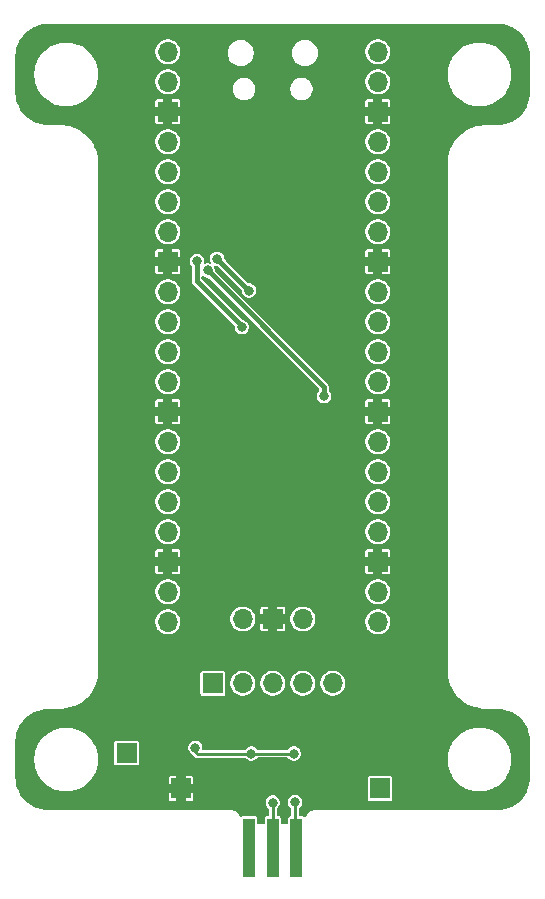
<source format=gbr>
%TF.GenerationSoftware,KiCad,Pcbnew,8.99.0-unknown-120b06f916~181~ubuntu22.04.1*%
%TF.CreationDate,2024-11-21T04:22:58-08:00*%
%TF.ProjectId,gb_video_pico_breakout,67625f76-6964-4656-9f5f-7069636f5f62,rev?*%
%TF.SameCoordinates,Original*%
%TF.FileFunction,Copper,L2,Bot*%
%TF.FilePolarity,Positive*%
%FSLAX46Y46*%
G04 Gerber Fmt 4.6, Leading zero omitted, Abs format (unit mm)*
G04 Created by KiCad (PCBNEW 8.99.0-unknown-120b06f916~181~ubuntu22.04.1) date 2024-11-21 04:22:58*
%MOMM*%
%LPD*%
G01*
G04 APERTURE LIST*
%TA.AperFunction,ComponentPad*%
%ADD10R,1.700000X1.700000*%
%TD*%
%TA.AperFunction,ConnectorPad*%
%ADD11R,1.000000X5.000000*%
%TD*%
%TA.AperFunction,ComponentPad*%
%ADD12O,1.700000X1.700000*%
%TD*%
%TA.AperFunction,ViaPad*%
%ADD13C,0.800000*%
%TD*%
%TA.AperFunction,Conductor*%
%ADD14C,0.250000*%
%TD*%
%TA.AperFunction,Conductor*%
%ADD15C,0.400000*%
%TD*%
G04 APERTURE END LIST*
D10*
%TO.P,TP3,1,1*%
%TO.N,+3V3*%
X137550000Y-117950000D03*
%TD*%
%TO.P,TP2,1,1*%
%TO.N,GND*%
X142150000Y-120950000D03*
%TD*%
D11*
%TO.P,GB1,1,VDD35*%
%TO.N,unconnected-(GB1-VDD35-Pad1)*%
X147921320Y-126000000D03*
%TO.P,GB1,3,SI*%
%TO.N,RX_5V*%
X149921320Y-126000000D03*
%TO.P,GB1,5,SC*%
%TO.N,CLK_5V*%
X151921320Y-126000000D03*
%TD*%
D10*
%TO.P,TP1,1,1*%
%TO.N,+5V*%
X159000000Y-120950000D03*
%TD*%
D12*
%TO.P,U4,1,GPIO0*%
%TO.N,unconnected-(U4-GPIO0-Pad1)*%
X141025833Y-58570000D03*
%TO.P,U4,2,GPIO1*%
%TO.N,unconnected-(U4-GPIO1-Pad2)*%
X141025833Y-61110000D03*
D10*
%TO.P,U4,3,GND*%
%TO.N,GND*%
X141025833Y-63650000D03*
D12*
%TO.P,U4,4,GPIO2*%
%TO.N,Net-(J1-Pin_3)*%
X141025833Y-66190000D03*
%TO.P,U4,5,GPIO3*%
%TO.N,Net-(J1-Pin_4)*%
X141025833Y-68730000D03*
%TO.P,U4,6,GPIO4*%
%TO.N,Net-(J1-Pin_2)*%
X141025833Y-71270000D03*
%TO.P,U4,7,GPIO5*%
%TO.N,unconnected-(U4-GPIO5-Pad7)*%
X141025833Y-73810000D03*
D10*
%TO.P,U4,8,GND*%
%TO.N,GND*%
X141025833Y-76350000D03*
D12*
%TO.P,U4,9,GPIO6*%
%TO.N,unconnected-(U4-GPIO6-Pad9)*%
X141025833Y-78890000D03*
%TO.P,U4,10,GPIO7*%
%TO.N,unconnected-(U4-GPIO7-Pad10)*%
X141025833Y-81430000D03*
%TO.P,U4,11,GPIO8*%
%TO.N,unconnected-(U4-GPIO8-Pad11)*%
X141025833Y-83970000D03*
%TO.P,U4,12,GPIO9*%
%TO.N,unconnected-(U4-GPIO9-Pad12)*%
X141025833Y-86510000D03*
D10*
%TO.P,U4,13,GND*%
%TO.N,GND*%
X141025833Y-89050000D03*
D12*
%TO.P,U4,14,GPIO10*%
%TO.N,unconnected-(U4-GPIO10-Pad14)*%
X141025833Y-91590000D03*
%TO.P,U4,15,GPIO11*%
%TO.N,unconnected-(U4-GPIO11-Pad15)*%
X141025833Y-94130000D03*
%TO.P,U4,16,GPIO12*%
%TO.N,unconnected-(U4-GPIO12-Pad16)*%
X141025833Y-96670000D03*
%TO.P,U4,17,GPIO13*%
%TO.N,unconnected-(U4-GPIO13-Pad17)*%
X141025833Y-99210000D03*
D10*
%TO.P,U4,18,GND*%
%TO.N,GND*%
X141025833Y-101750000D03*
D12*
%TO.P,U4,19,GPIO14*%
%TO.N,unconnected-(U4-GPIO14-Pad19)*%
X141025833Y-104290000D03*
%TO.P,U4,20,GPIO15*%
%TO.N,unconnected-(U4-GPIO15-Pad20)*%
X141025833Y-106830000D03*
%TO.P,U4,21,GPIO16*%
%TO.N,unconnected-(U4-GPIO16-Pad21)*%
X158805833Y-106830000D03*
%TO.P,U4,22,GPIO17*%
%TO.N,unconnected-(U4-GPIO17-Pad22)*%
X158805833Y-104290000D03*
D10*
%TO.P,U4,23,GND*%
%TO.N,GND*%
X158805833Y-101750000D03*
D12*
%TO.P,U4,24,GPIO18*%
%TO.N,unconnected-(U4-GPIO18-Pad24)*%
X158805833Y-99210000D03*
%TO.P,U4,25,GPIO19*%
%TO.N,unconnected-(U4-GPIO19-Pad25)*%
X158805833Y-96670000D03*
%TO.P,U4,26,GPIO20*%
%TO.N,unconnected-(U4-GPIO20-Pad26)*%
X158805833Y-94130000D03*
%TO.P,U4,27,GPIO21*%
%TO.N,unconnected-(U4-GPIO21-Pad27)*%
X158805833Y-91590000D03*
D10*
%TO.P,U4,28,GND*%
%TO.N,GND*%
X158805833Y-89050000D03*
D12*
%TO.P,U4,29,GPIO22*%
%TO.N,unconnected-(U4-GPIO22-Pad29)*%
X158805833Y-86510000D03*
%TO.P,U4,30,RUN*%
%TO.N,unconnected-(U4-RUN-Pad30)*%
X158805833Y-83970000D03*
%TO.P,U4,31,GPIO26_ADC0*%
%TO.N,unconnected-(U4-GPIO26_ADC0-Pad31)*%
X158805833Y-81430000D03*
%TO.P,U4,32,GPIO27_ADC1*%
%TO.N,unconnected-(U4-GPIO27_ADC1-Pad32)*%
X158805833Y-78890000D03*
D10*
%TO.P,U4,33,AGND*%
%TO.N,GND*%
X158805833Y-76350000D03*
D12*
%TO.P,U4,34,GPIO28_ADC2*%
%TO.N,unconnected-(U4-GPIO28_ADC2-Pad34)*%
X158805833Y-73810000D03*
%TO.P,U4,35,ADC_VREF*%
%TO.N,unconnected-(U4-ADC_VREF-Pad35)*%
X158805833Y-71270000D03*
%TO.P,U4,36,3V3*%
%TO.N,Net-(J1-Pin_1)*%
X158805833Y-68730000D03*
%TO.P,U4,37,3V3_EN*%
%TO.N,unconnected-(U4-3V3_EN-Pad37)*%
X158805833Y-66190000D03*
D10*
%TO.P,U4,38,GND*%
%TO.N,GND*%
X158805833Y-63650000D03*
D12*
%TO.P,U4,39,VSYS*%
%TO.N,unconnected-(U4-VSYS-Pad39)*%
X158805833Y-61110000D03*
%TO.P,U4,40,VBUS*%
%TO.N,unconnected-(U4-VBUS-Pad40)*%
X158805833Y-58570000D03*
%TO.P,U4,41,SWCLK*%
%TO.N,unconnected-(U4-SWCLK-Pad41)*%
X147375833Y-106600000D03*
D10*
%TO.P,U4,42,GND*%
%TO.N,GND*%
X149915833Y-106600000D03*
D12*
%TO.P,U4,43,SWDIO*%
%TO.N,unconnected-(U4-SWDIO-Pad43)*%
X152455833Y-106600000D03*
%TD*%
D10*
%TO.P,J1,1,Pin_1*%
%TO.N,Net-(J1-Pin_1)*%
X144840833Y-112050000D03*
D12*
%TO.P,J1,2,Pin_2*%
%TO.N,Net-(J1-Pin_2)*%
X147380833Y-112050000D03*
%TO.P,J1,3,Pin_3*%
%TO.N,Net-(J1-Pin_3)*%
X149920833Y-112050000D03*
%TO.P,J1,4,Pin_4*%
%TO.N,Net-(J1-Pin_4)*%
X152460833Y-112050000D03*
%TO.P,J1,5,Pin_5*%
%TO.N,Net-(J1-Pin_5)*%
X155000833Y-112050000D03*
%TD*%
D13*
%TO.N,GND*%
X144450000Y-121400000D03*
X157400000Y-119700000D03*
X155500000Y-122050000D03*
X150900000Y-122850000D03*
X156500000Y-95150000D03*
X142650000Y-73750000D03*
X137050000Y-109800000D03*
X152500000Y-92000000D03*
X136500000Y-77750000D03*
X156100000Y-103000000D03*
X148600000Y-117100000D03*
X136500000Y-90350000D03*
X164000000Y-89400000D03*
X136450000Y-103100000D03*
X151850000Y-80450000D03*
X143050000Y-93350000D03*
X163750000Y-77150000D03*
X146750000Y-94050000D03*
X152700000Y-102450000D03*
X143000000Y-106850000D03*
X151450000Y-65150000D03*
X152900000Y-98650000D03*
X155700000Y-81500000D03*
X163300000Y-102600000D03*
X151850000Y-121000000D03*
X165000000Y-121750000D03*
X138500000Y-114050000D03*
X154200000Y-72500000D03*
X169950000Y-121400000D03*
X151200000Y-112900000D03*
X133250000Y-64050000D03*
X153750000Y-112900000D03*
X156200000Y-59300000D03*
X146700000Y-97600000D03*
X149900000Y-87700000D03*
X155650000Y-74900000D03*
X147100000Y-74000000D03*
X146700000Y-84950000D03*
X165950000Y-57200000D03*
X140200000Y-109700000D03*
X143100000Y-88100000D03*
X170050000Y-115750000D03*
X156200000Y-106900000D03*
X155950000Y-91300000D03*
X136350000Y-100800000D03*
X147100000Y-71950000D03*
X144200000Y-59900000D03*
X143050000Y-79250000D03*
X129150000Y-62100000D03*
X143300000Y-99900000D03*
X135750000Y-64650000D03*
X156200000Y-113950000D03*
X162000000Y-114450000D03*
X164050000Y-87350000D03*
X155750000Y-76950000D03*
X144500000Y-62750000D03*
X155600000Y-118350000D03*
X149900000Y-84350000D03*
X151350000Y-68500000D03*
X161900000Y-116800000D03*
X159350000Y-109500000D03*
X155400000Y-64750000D03*
X152500000Y-87400000D03*
X144500000Y-65450000D03*
X130350000Y-115700000D03*
X170300000Y-62950000D03*
X166450000Y-63950000D03*
X135400000Y-57450000D03*
X143150000Y-81200000D03*
X162300000Y-111150000D03*
X146500000Y-89650000D03*
X148650000Y-112850000D03*
X151800000Y-119100000D03*
X150000000Y-102250000D03*
X165050000Y-114650000D03*
X163400000Y-100350000D03*
X145250000Y-68250000D03*
X148100000Y-119600000D03*
X130350000Y-121550000D03*
X136500000Y-87950000D03*
X170200000Y-57900000D03*
X129950000Y-58100000D03*
X156250000Y-86350000D03*
X146850000Y-101750000D03*
X163550000Y-74650000D03*
X136550000Y-75350000D03*
X143200000Y-84500000D03*
X164350000Y-61750000D03*
X156600000Y-99100000D03*
X137000000Y-112600000D03*
X134900000Y-121850000D03*
X149950000Y-95850000D03*
X143500000Y-71000000D03*
X144450000Y-118900000D03*
X151100000Y-75800000D03*
X163550000Y-71700000D03*
X143250000Y-102800000D03*
X163100000Y-119800000D03*
%TO.N,+3V3*%
X151700000Y-118000000D03*
X148100000Y-118000000D03*
X143350000Y-117500000D03*
%TO.N,CLK_5V*%
X151800000Y-122100000D03*
%TO.N,RX_5V*%
X149915833Y-122150000D03*
%TO.N,Net-(J1-Pin_3)*%
X145200000Y-76100000D03*
X147900000Y-78800000D03*
%TO.N,Net-(J1-Pin_2)*%
X143500000Y-76300000D03*
X147300000Y-81900000D03*
%TO.N,Net-(J1-Pin_4)*%
X154250000Y-87750000D03*
X144400000Y-77100000D03*
%TD*%
D14*
%TO.N,+3V3*%
X143550000Y-118050000D02*
X148050000Y-118050000D01*
X143350000Y-117850000D02*
X143550000Y-118050000D01*
X148050000Y-118050000D02*
X148100000Y-118000000D01*
X148100000Y-118000000D02*
X151700000Y-118000000D01*
X143350000Y-117500000D02*
X143350000Y-117850000D01*
%TO.N,CLK_5V*%
X151800000Y-122100000D02*
X151800000Y-125878680D01*
X151800000Y-125878680D02*
X151921320Y-126000000D01*
%TO.N,RX_5V*%
X149915833Y-125994513D02*
X149921320Y-126000000D01*
X149915833Y-122150000D02*
X149915833Y-125994513D01*
D15*
%TO.N,Net-(J1-Pin_3)*%
X145200000Y-76100000D02*
X147900000Y-78800000D01*
%TO.N,Net-(J1-Pin_2)*%
X143476119Y-76323881D02*
X143476119Y-77976119D01*
X143500000Y-76300000D02*
X143476119Y-76323881D01*
X143476119Y-77976119D02*
X147300000Y-81800000D01*
X147300000Y-81800000D02*
X147300000Y-81900000D01*
%TO.N,Net-(J1-Pin_4)*%
X154250000Y-87750000D02*
X154250000Y-86950000D01*
X154250000Y-86950000D02*
X144400000Y-77100000D01*
%TD*%
%TA.AperFunction,Conductor*%
%TO.N,GND*%
G36*
X168924096Y-56200656D02*
G01*
X169229212Y-56217793D01*
X169240239Y-56219035D01*
X169538782Y-56269761D01*
X169549599Y-56272230D01*
X169840593Y-56356065D01*
X169851064Y-56359729D01*
X170130835Y-56475616D01*
X170140830Y-56480429D01*
X170405874Y-56626916D01*
X170415271Y-56632821D01*
X170662232Y-56808051D01*
X170670912Y-56814973D01*
X170896706Y-57016756D01*
X170904556Y-57024606D01*
X171106337Y-57250401D01*
X171113259Y-57259081D01*
X171288492Y-57506050D01*
X171294398Y-57515450D01*
X171310737Y-57545013D01*
X171428875Y-57758768D01*
X171440876Y-57780481D01*
X171445691Y-57790480D01*
X171474729Y-57860585D01*
X171561574Y-58070249D01*
X171565241Y-58080728D01*
X171649072Y-58371715D01*
X171651542Y-58382538D01*
X171702265Y-58681075D01*
X171703508Y-58692107D01*
X171720664Y-58997588D01*
X171720820Y-59003139D01*
X171720820Y-61997226D01*
X171720664Y-62002777D01*
X171703528Y-62307894D01*
X171702285Y-62318926D01*
X171651562Y-62617463D01*
X171649092Y-62628286D01*
X171565260Y-62919277D01*
X171561593Y-62929757D01*
X171445709Y-63209527D01*
X171440892Y-63219529D01*
X171294415Y-63484560D01*
X171288509Y-63493960D01*
X171113275Y-63740931D01*
X171106353Y-63749611D01*
X170904570Y-63975407D01*
X170896720Y-63983257D01*
X170670925Y-64185041D01*
X170662245Y-64191963D01*
X170415282Y-64367195D01*
X170405882Y-64373102D01*
X170140842Y-64519586D01*
X170130839Y-64524403D01*
X169851074Y-64640286D01*
X169840595Y-64643953D01*
X169549606Y-64727788D01*
X169538782Y-64730258D01*
X169240243Y-64780983D01*
X169229212Y-64782226D01*
X168924452Y-64799344D01*
X168918900Y-64799500D01*
X167872184Y-64799500D01*
X167871982Y-64799519D01*
X167753587Y-64799519D01*
X167419966Y-64834582D01*
X167091834Y-64904327D01*
X166772792Y-65007987D01*
X166772784Y-65007990D01*
X166466343Y-65144425D01*
X166466334Y-65144429D01*
X166338696Y-65218121D01*
X166175813Y-65312161D01*
X166175810Y-65312162D01*
X166175805Y-65312166D01*
X166175803Y-65312167D01*
X165904425Y-65509333D01*
X165904419Y-65509337D01*
X165904418Y-65509339D01*
X165770852Y-65629602D01*
X165655122Y-65733805D01*
X165655110Y-65733817D01*
X165430653Y-65983099D01*
X165430651Y-65983102D01*
X165233482Y-66254480D01*
X165233464Y-66254507D01*
X165065747Y-66545000D01*
X165065738Y-66545017D01*
X164929296Y-66851472D01*
X164929294Y-66851475D01*
X164825633Y-67170508D01*
X164755886Y-67498643D01*
X164720820Y-67832267D01*
X164720820Y-110958973D01*
X164720800Y-110959034D01*
X164720800Y-111167735D01*
X164755866Y-111501358D01*
X164825614Y-111829497D01*
X164929275Y-112148531D01*
X164929276Y-112148533D01*
X164929277Y-112148535D01*
X164958719Y-112214662D01*
X165065728Y-112455007D01*
X165233427Y-112745466D01*
X165233456Y-112745516D01*
X165320978Y-112865979D01*
X165430642Y-113016918D01*
X165585357Y-113188744D01*
X165655107Y-113266208D01*
X165904406Y-113490676D01*
X166113245Y-113642406D01*
X166175808Y-113687860D01*
X166466319Y-113855584D01*
X166466332Y-113855590D01*
X166772784Y-113992030D01*
X167068820Y-114088216D01*
X167091830Y-114095693D01*
X167419963Y-114165437D01*
X167753590Y-114200501D01*
X167921321Y-114200500D01*
X167961203Y-114200500D01*
X168881437Y-114200500D01*
X168918544Y-114200500D01*
X168924096Y-114200656D01*
X169229212Y-114217793D01*
X169240239Y-114219035D01*
X169538782Y-114269761D01*
X169549599Y-114272230D01*
X169840593Y-114356065D01*
X169851064Y-114359729D01*
X170130835Y-114475616D01*
X170140830Y-114480429D01*
X170405874Y-114626916D01*
X170415271Y-114632821D01*
X170662232Y-114808051D01*
X170670912Y-114814973D01*
X170896706Y-115016756D01*
X170904556Y-115024606D01*
X171106337Y-115250401D01*
X171113259Y-115259081D01*
X171288492Y-115506050D01*
X171294398Y-115515450D01*
X171440876Y-115780481D01*
X171445691Y-115790480D01*
X171486310Y-115888544D01*
X171561574Y-116070249D01*
X171565241Y-116080728D01*
X171649072Y-116371715D01*
X171651542Y-116382538D01*
X171702265Y-116681075D01*
X171703508Y-116692107D01*
X171720664Y-116997588D01*
X171720820Y-117003139D01*
X171720820Y-119997226D01*
X171720664Y-120002777D01*
X171703528Y-120307894D01*
X171702285Y-120318926D01*
X171651562Y-120617463D01*
X171649092Y-120628286D01*
X171565260Y-120919277D01*
X171561593Y-120929757D01*
X171445709Y-121209527D01*
X171440892Y-121219529D01*
X171294415Y-121484560D01*
X171288509Y-121493960D01*
X171113275Y-121740931D01*
X171106353Y-121749611D01*
X170904570Y-121975407D01*
X170896720Y-121983257D01*
X170670925Y-122185041D01*
X170662245Y-122191963D01*
X170415282Y-122367195D01*
X170405882Y-122373102D01*
X170140842Y-122519586D01*
X170130839Y-122524403D01*
X169851074Y-122640286D01*
X169840595Y-122643953D01*
X169549606Y-122727788D01*
X169538782Y-122730258D01*
X169240243Y-122780983D01*
X169229212Y-122782226D01*
X168924452Y-122799344D01*
X168918900Y-122799500D01*
X153372277Y-122799500D01*
X153372085Y-122799518D01*
X153352332Y-122799518D01*
X153217009Y-122826430D01*
X153217001Y-122826432D01*
X153089520Y-122879232D01*
X153089510Y-122879237D01*
X152974786Y-122955889D01*
X152974777Y-122955896D01*
X152877211Y-123053459D01*
X152877210Y-123053459D01*
X152800552Y-123168181D01*
X152800548Y-123168188D01*
X152763469Y-123257704D01*
X152753988Y-123280593D01*
X152747739Y-123295678D01*
X152747739Y-123295679D01*
X152743484Y-123317068D01*
X152713587Y-123370452D01*
X152658021Y-123396066D01*
X152598011Y-123384128D01*
X152573572Y-123361536D01*
X152572766Y-123362343D01*
X152565874Y-123355451D01*
X152565872Y-123355448D01*
X152508459Y-123317085D01*
X152499553Y-123311134D01*
X152499551Y-123311133D01*
X152499548Y-123311132D01*
X152499547Y-123311132D01*
X152441078Y-123299501D01*
X152441068Y-123299500D01*
X152441067Y-123299500D01*
X152224500Y-123299500D01*
X152166309Y-123280593D01*
X152130345Y-123231093D01*
X152125500Y-123200500D01*
X152125500Y-122662502D01*
X152144407Y-122604311D01*
X152164233Y-122583960D01*
X152168711Y-122580523D01*
X152168711Y-122580522D01*
X152168716Y-122580520D01*
X152280520Y-122468716D01*
X152359577Y-122331784D01*
X152400500Y-122179057D01*
X152400500Y-122020943D01*
X152359577Y-121868216D01*
X152280520Y-121731284D01*
X152168716Y-121619480D01*
X152031784Y-121540423D01*
X151879057Y-121499500D01*
X151720943Y-121499500D01*
X151568216Y-121540423D01*
X151431284Y-121619480D01*
X151319480Y-121731284D01*
X151240423Y-121868216D01*
X151199500Y-122020943D01*
X151199500Y-122179057D01*
X151240423Y-122331784D01*
X151319480Y-122468716D01*
X151431284Y-122580520D01*
X151431286Y-122580521D01*
X151431288Y-122580523D01*
X151435767Y-122583960D01*
X151470423Y-122634384D01*
X151474500Y-122662502D01*
X151474500Y-123203746D01*
X151455593Y-123261937D01*
X151406093Y-123297901D01*
X151394816Y-123300843D01*
X151343091Y-123311132D01*
X151343086Y-123311134D01*
X151276771Y-123355445D01*
X151276765Y-123355451D01*
X151232454Y-123421766D01*
X151232452Y-123421772D01*
X151220821Y-123480241D01*
X151220820Y-123480253D01*
X151220820Y-123901000D01*
X151201913Y-123959191D01*
X151152413Y-123995155D01*
X151121820Y-124000000D01*
X150720820Y-124000000D01*
X150662629Y-123981093D01*
X150626665Y-123931593D01*
X150621820Y-123901000D01*
X150621820Y-123480253D01*
X150621818Y-123480241D01*
X150617805Y-123460069D01*
X150610187Y-123421769D01*
X150565872Y-123355448D01*
X150508459Y-123317085D01*
X150499553Y-123311134D01*
X150499551Y-123311133D01*
X150499548Y-123311132D01*
X150499547Y-123311132D01*
X150441078Y-123299501D01*
X150441068Y-123299500D01*
X150441067Y-123299500D01*
X150340333Y-123299500D01*
X150282142Y-123280593D01*
X150246178Y-123231093D01*
X150241333Y-123200500D01*
X150241333Y-122712502D01*
X150260240Y-122654311D01*
X150280066Y-122633960D01*
X150284544Y-122630523D01*
X150284544Y-122630522D01*
X150284549Y-122630520D01*
X150396353Y-122518716D01*
X150475410Y-122381784D01*
X150516333Y-122229057D01*
X150516333Y-122070943D01*
X150475410Y-121918216D01*
X150396353Y-121781284D01*
X150284549Y-121669480D01*
X150147617Y-121590423D01*
X149994890Y-121549500D01*
X149836776Y-121549500D01*
X149684049Y-121590423D01*
X149547117Y-121669480D01*
X149435313Y-121781284D01*
X149356256Y-121918216D01*
X149315333Y-122070943D01*
X149315333Y-122229057D01*
X149356256Y-122381784D01*
X149435313Y-122518716D01*
X149547117Y-122630520D01*
X149547119Y-122630521D01*
X149547121Y-122630523D01*
X149551600Y-122633960D01*
X149586256Y-122684384D01*
X149590333Y-122712502D01*
X149590333Y-123200500D01*
X149571426Y-123258691D01*
X149521926Y-123294655D01*
X149491333Y-123299500D01*
X149401572Y-123299500D01*
X149401571Y-123299500D01*
X149401561Y-123299501D01*
X149343092Y-123311132D01*
X149343086Y-123311134D01*
X149276771Y-123355445D01*
X149276765Y-123355451D01*
X149232454Y-123421766D01*
X149232452Y-123421772D01*
X149220821Y-123480241D01*
X149220820Y-123480253D01*
X149220820Y-123901000D01*
X149201913Y-123959191D01*
X149152413Y-123995155D01*
X149121820Y-124000000D01*
X148720820Y-124000000D01*
X148662629Y-123981093D01*
X148626665Y-123931593D01*
X148621820Y-123901000D01*
X148621820Y-123480253D01*
X148621818Y-123480241D01*
X148617805Y-123460069D01*
X148610187Y-123421769D01*
X148565872Y-123355448D01*
X148508459Y-123317085D01*
X148499553Y-123311134D01*
X148499551Y-123311133D01*
X148499548Y-123311132D01*
X148499547Y-123311132D01*
X148441078Y-123299501D01*
X148441068Y-123299500D01*
X147401572Y-123299500D01*
X147401571Y-123299500D01*
X147401561Y-123299501D01*
X147343092Y-123311132D01*
X147343086Y-123311134D01*
X147276771Y-123355445D01*
X147269874Y-123362343D01*
X147268351Y-123360820D01*
X147230485Y-123390661D01*
X147169347Y-123393052D01*
X147118479Y-123359050D01*
X147099139Y-123317085D01*
X147099136Y-123317068D01*
X147094881Y-123295677D01*
X147088633Y-123280593D01*
X147042079Y-123168197D01*
X146965420Y-123053466D01*
X146867853Y-122955894D01*
X146753129Y-122879234D01*
X146753128Y-122879233D01*
X146625650Y-122826427D01*
X146490317Y-122799502D01*
X146467277Y-122799501D01*
X146467277Y-122799500D01*
X146461202Y-122799500D01*
X146421329Y-122799500D01*
X146421323Y-122799499D01*
X146381446Y-122799498D01*
X146381445Y-122799498D01*
X146372014Y-122799498D01*
X146371994Y-122799500D01*
X130924091Y-122799500D01*
X130918541Y-122799344D01*
X130894953Y-122798019D01*
X130613422Y-122782210D01*
X130602390Y-122780967D01*
X130303852Y-122730245D01*
X130293029Y-122727775D01*
X130002038Y-122643944D01*
X129991559Y-122640277D01*
X129711808Y-122524403D01*
X129711787Y-122524394D01*
X129701792Y-122519581D01*
X129588549Y-122456994D01*
X129436754Y-122373101D01*
X129427354Y-122367195D01*
X129180383Y-122191961D01*
X129171703Y-122185039D01*
X129165007Y-122179055D01*
X128945898Y-121983249D01*
X128938063Y-121975414D01*
X128736266Y-121749604D01*
X128729353Y-121740935D01*
X128554116Y-121493963D01*
X128548209Y-121484562D01*
X128477642Y-121356881D01*
X128473840Y-121350001D01*
X141100000Y-121350001D01*
X141100000Y-121819700D01*
X141111603Y-121878036D01*
X141155806Y-121944189D01*
X141155810Y-121944193D01*
X141221963Y-121988396D01*
X141280299Y-121999999D01*
X141280303Y-122000000D01*
X141749999Y-122000000D01*
X141750000Y-121999999D01*
X141750000Y-121350001D01*
X141749999Y-121350000D01*
X141100001Y-121350000D01*
X141100000Y-121350001D01*
X128473840Y-121350001D01*
X128401730Y-121219529D01*
X128396913Y-121209527D01*
X128281028Y-120929758D01*
X128277361Y-120919279D01*
X128193523Y-120628273D01*
X128191060Y-120617479D01*
X128140333Y-120318924D01*
X128139091Y-120307894D01*
X128121976Y-120003133D01*
X128121820Y-119997582D01*
X128121820Y-118348341D01*
X129720820Y-118348341D01*
X129720820Y-118651658D01*
X129754779Y-118953061D01*
X129822274Y-119248775D01*
X129922451Y-119535063D01*
X129922452Y-119535065D01*
X130054047Y-119808326D01*
X130054051Y-119808333D01*
X130054055Y-119808341D01*
X130215428Y-120065164D01*
X130404541Y-120302304D01*
X130619016Y-120516779D01*
X130856156Y-120705892D01*
X131112979Y-120867265D01*
X131112990Y-120867270D01*
X131112993Y-120867272D01*
X131148091Y-120884174D01*
X131386255Y-120998868D01*
X131519900Y-121045632D01*
X131672544Y-121099045D01*
X131672547Y-121099045D01*
X131672548Y-121099046D01*
X131968257Y-121166540D01*
X132269663Y-121200500D01*
X132269664Y-121200500D01*
X132572976Y-121200500D01*
X132572977Y-121200500D01*
X132874383Y-121166540D01*
X133170092Y-121099046D01*
X133456385Y-120998868D01*
X133694549Y-120884174D01*
X141650000Y-120884174D01*
X141650000Y-121015826D01*
X141684075Y-121142993D01*
X141749901Y-121257007D01*
X141842993Y-121350099D01*
X141957007Y-121415925D01*
X142084174Y-121450000D01*
X142215826Y-121450000D01*
X142342993Y-121415925D01*
X142457007Y-121350099D01*
X142457105Y-121350001D01*
X142550000Y-121350001D01*
X142550000Y-121999999D01*
X142550001Y-122000000D01*
X143019697Y-122000000D01*
X143019700Y-121999999D01*
X143078036Y-121988396D01*
X143144189Y-121944193D01*
X143144193Y-121944189D01*
X143188396Y-121878036D01*
X143199999Y-121819700D01*
X143200000Y-121819697D01*
X143200000Y-121350001D01*
X143199999Y-121350000D01*
X142550001Y-121350000D01*
X142550000Y-121350001D01*
X142457105Y-121350001D01*
X142550099Y-121257007D01*
X142615925Y-121142993D01*
X142650000Y-121015826D01*
X142650000Y-120884174D01*
X142615925Y-120757007D01*
X142550099Y-120642993D01*
X142457007Y-120549901D01*
X142342993Y-120484075D01*
X142215826Y-120450000D01*
X142084174Y-120450000D01*
X141957007Y-120484075D01*
X141842993Y-120549901D01*
X141749901Y-120642993D01*
X141684075Y-120757007D01*
X141650000Y-120884174D01*
X133694549Y-120884174D01*
X133729661Y-120867265D01*
X133986484Y-120705892D01*
X134223624Y-120516779D01*
X134438099Y-120302304D01*
X134615142Y-120080299D01*
X141100000Y-120080299D01*
X141100000Y-120549999D01*
X141100001Y-120550000D01*
X141749999Y-120550000D01*
X141750000Y-120549999D01*
X141750000Y-119900001D01*
X142550000Y-119900001D01*
X142550000Y-120549999D01*
X142550001Y-120550000D01*
X143199999Y-120550000D01*
X143200000Y-120549999D01*
X143200000Y-120080302D01*
X143199999Y-120080299D01*
X143199990Y-120080253D01*
X157949500Y-120080253D01*
X157949500Y-121819746D01*
X157949501Y-121819758D01*
X157961132Y-121878227D01*
X157961134Y-121878233D01*
X158005205Y-121944189D01*
X158005448Y-121944552D01*
X158071769Y-121988867D01*
X158116231Y-121997711D01*
X158130241Y-122000498D01*
X158130246Y-122000498D01*
X158130252Y-122000500D01*
X158130253Y-122000500D01*
X159869747Y-122000500D01*
X159869748Y-122000500D01*
X159928231Y-121988867D01*
X159994552Y-121944552D01*
X160038867Y-121878231D01*
X160050500Y-121819748D01*
X160050500Y-120080252D01*
X160038867Y-120021769D01*
X160022705Y-119997582D01*
X159994554Y-119955451D01*
X159994552Y-119955448D01*
X159994548Y-119955445D01*
X159928233Y-119911134D01*
X159928231Y-119911133D01*
X159928228Y-119911132D01*
X159928227Y-119911132D01*
X159869758Y-119899501D01*
X159869748Y-119899500D01*
X158130252Y-119899500D01*
X158130251Y-119899500D01*
X158130241Y-119899501D01*
X158071772Y-119911132D01*
X158071766Y-119911134D01*
X158005451Y-119955445D01*
X158005445Y-119955451D01*
X157961134Y-120021766D01*
X157961132Y-120021772D01*
X157949501Y-120080241D01*
X157949500Y-120080253D01*
X143199990Y-120080253D01*
X143188396Y-120021963D01*
X143144193Y-119955810D01*
X143144189Y-119955806D01*
X143078036Y-119911603D01*
X143019700Y-119900000D01*
X142550001Y-119900000D01*
X142550000Y-119900001D01*
X141750000Y-119900001D01*
X141749999Y-119900000D01*
X141280299Y-119900000D01*
X141221963Y-119911603D01*
X141155810Y-119955806D01*
X141155806Y-119955810D01*
X141111603Y-120021963D01*
X141100000Y-120080299D01*
X134615142Y-120080299D01*
X134627212Y-120065164D01*
X134788585Y-119808341D01*
X134920188Y-119535065D01*
X135020366Y-119248772D01*
X135087860Y-118953063D01*
X135121820Y-118651657D01*
X135121820Y-118348343D01*
X135087860Y-118046937D01*
X135020366Y-117751228D01*
X135013562Y-117731784D01*
X134920188Y-117464936D01*
X134920188Y-117464935D01*
X134788585Y-117191659D01*
X134718584Y-117080253D01*
X136499500Y-117080253D01*
X136499500Y-118819746D01*
X136499501Y-118819758D01*
X136511132Y-118878227D01*
X136511133Y-118878231D01*
X136555448Y-118944552D01*
X136621769Y-118988867D01*
X136666231Y-118997711D01*
X136680241Y-119000498D01*
X136680246Y-119000498D01*
X136680252Y-119000500D01*
X136680253Y-119000500D01*
X138419747Y-119000500D01*
X138419748Y-119000500D01*
X138478231Y-118988867D01*
X138544552Y-118944552D01*
X138588867Y-118878231D01*
X138600500Y-118819748D01*
X138600500Y-117420943D01*
X142749500Y-117420943D01*
X142749500Y-117579057D01*
X142790423Y-117731784D01*
X142869480Y-117868716D01*
X142981284Y-117980520D01*
X143063055Y-118027730D01*
X143084064Y-118046156D01*
X143084947Y-118045274D01*
X143289532Y-118249860D01*
X143289533Y-118249860D01*
X143289535Y-118249862D01*
X143289534Y-118249862D01*
X143335738Y-118296065D01*
X143350138Y-118310465D01*
X143367481Y-118320477D01*
X143367484Y-118320481D01*
X143367485Y-118320480D01*
X143424361Y-118353318D01*
X143507144Y-118375500D01*
X143507146Y-118375501D01*
X143507147Y-118375501D01*
X143598916Y-118375501D01*
X143598932Y-118375500D01*
X147585256Y-118375500D01*
X147643447Y-118394407D01*
X147655259Y-118404496D01*
X147731281Y-118480517D01*
X147731284Y-118480520D01*
X147868216Y-118559577D01*
X148020943Y-118600500D01*
X148020945Y-118600500D01*
X148179055Y-118600500D01*
X148179057Y-118600500D01*
X148331784Y-118559577D01*
X148468716Y-118480520D01*
X148580520Y-118368716D01*
X148580523Y-118368711D01*
X148583960Y-118364233D01*
X148634384Y-118329577D01*
X148662502Y-118325500D01*
X151137498Y-118325500D01*
X151195689Y-118344407D01*
X151216040Y-118364233D01*
X151219476Y-118368711D01*
X151219478Y-118368713D01*
X151219480Y-118368716D01*
X151331284Y-118480520D01*
X151468216Y-118559577D01*
X151620943Y-118600500D01*
X151620945Y-118600500D01*
X151779055Y-118600500D01*
X151779057Y-118600500D01*
X151931784Y-118559577D01*
X152068716Y-118480520D01*
X152180520Y-118368716D01*
X152192283Y-118348341D01*
X164720820Y-118348341D01*
X164720820Y-118651658D01*
X164754779Y-118953061D01*
X164822274Y-119248775D01*
X164922451Y-119535063D01*
X164922452Y-119535065D01*
X165054047Y-119808326D01*
X165054051Y-119808333D01*
X165054055Y-119808341D01*
X165215428Y-120065164D01*
X165404541Y-120302304D01*
X165619016Y-120516779D01*
X165856156Y-120705892D01*
X166112979Y-120867265D01*
X166112990Y-120867270D01*
X166112993Y-120867272D01*
X166148091Y-120884174D01*
X166386255Y-120998868D01*
X166519900Y-121045632D01*
X166672544Y-121099045D01*
X166672547Y-121099045D01*
X166672548Y-121099046D01*
X166968257Y-121166540D01*
X167269663Y-121200500D01*
X167269664Y-121200500D01*
X167572976Y-121200500D01*
X167572977Y-121200500D01*
X167874383Y-121166540D01*
X168170092Y-121099046D01*
X168456385Y-120998868D01*
X168729661Y-120867265D01*
X168986484Y-120705892D01*
X169223624Y-120516779D01*
X169438099Y-120302304D01*
X169627212Y-120065164D01*
X169788585Y-119808341D01*
X169920188Y-119535065D01*
X170020366Y-119248772D01*
X170087860Y-118953063D01*
X170121820Y-118651657D01*
X170121820Y-118348343D01*
X170087860Y-118046937D01*
X170020366Y-117751228D01*
X170013562Y-117731784D01*
X169920188Y-117464936D01*
X169920188Y-117464935D01*
X169788585Y-117191659D01*
X169627212Y-116934836D01*
X169438099Y-116697696D01*
X169223624Y-116483221D01*
X168986484Y-116294108D01*
X168729661Y-116132735D01*
X168729653Y-116132731D01*
X168729646Y-116132727D01*
X168456385Y-116001132D01*
X168456383Y-116001131D01*
X168170095Y-115900954D01*
X167874381Y-115833459D01*
X167572978Y-115799500D01*
X167572977Y-115799500D01*
X167269663Y-115799500D01*
X167269661Y-115799500D01*
X166968258Y-115833459D01*
X166672544Y-115900954D01*
X166386256Y-116001131D01*
X166386254Y-116001132D01*
X166112993Y-116132727D01*
X166112981Y-116132734D01*
X165856155Y-116294108D01*
X165619017Y-116483220D01*
X165404540Y-116697697D01*
X165215428Y-116934835D01*
X165054054Y-117191661D01*
X165054047Y-117191673D01*
X164922452Y-117464934D01*
X164922451Y-117464936D01*
X164822274Y-117751224D01*
X164754779Y-118046938D01*
X164720820Y-118348341D01*
X152192283Y-118348341D01*
X152259577Y-118231784D01*
X152300500Y-118079057D01*
X152300500Y-117920943D01*
X152259577Y-117768216D01*
X152180520Y-117631284D01*
X152068716Y-117519480D01*
X151931784Y-117440423D01*
X151779057Y-117399500D01*
X151620943Y-117399500D01*
X151468216Y-117440423D01*
X151331284Y-117519480D01*
X151219476Y-117631288D01*
X151216040Y-117635767D01*
X151165616Y-117670423D01*
X151137498Y-117674500D01*
X148662502Y-117674500D01*
X148604311Y-117655593D01*
X148583960Y-117635767D01*
X148580523Y-117631288D01*
X148580521Y-117631286D01*
X148580520Y-117631284D01*
X148468716Y-117519480D01*
X148331784Y-117440423D01*
X148179057Y-117399500D01*
X148020943Y-117399500D01*
X147868216Y-117440423D01*
X147731284Y-117519480D01*
X147619479Y-117631285D01*
X147594240Y-117675001D01*
X147548770Y-117715941D01*
X147508504Y-117724500D01*
X144040548Y-117724500D01*
X143982357Y-117705593D01*
X143946393Y-117656093D01*
X143944921Y-117599878D01*
X143950500Y-117579057D01*
X143950500Y-117420943D01*
X143909577Y-117268216D01*
X143830520Y-117131284D01*
X143718716Y-117019480D01*
X143581784Y-116940423D01*
X143429057Y-116899500D01*
X143270943Y-116899500D01*
X143118216Y-116940423D01*
X142981284Y-117019480D01*
X142869480Y-117131284D01*
X142790423Y-117268216D01*
X142749500Y-117420943D01*
X138600500Y-117420943D01*
X138600500Y-117080252D01*
X138588867Y-117021769D01*
X138544552Y-116955448D01*
X138522066Y-116940423D01*
X138478233Y-116911134D01*
X138478231Y-116911133D01*
X138478228Y-116911132D01*
X138478227Y-116911132D01*
X138419758Y-116899501D01*
X138419748Y-116899500D01*
X136680252Y-116899500D01*
X136680251Y-116899500D01*
X136680241Y-116899501D01*
X136621772Y-116911132D01*
X136621766Y-116911134D01*
X136555451Y-116955445D01*
X136555445Y-116955451D01*
X136511134Y-117021766D01*
X136511132Y-117021772D01*
X136499501Y-117080241D01*
X136499500Y-117080253D01*
X134718584Y-117080253D01*
X134627212Y-116934836D01*
X134438099Y-116697696D01*
X134223624Y-116483221D01*
X133986484Y-116294108D01*
X133729661Y-116132735D01*
X133729653Y-116132731D01*
X133729646Y-116132727D01*
X133456385Y-116001132D01*
X133456383Y-116001131D01*
X133170095Y-115900954D01*
X132874381Y-115833459D01*
X132572978Y-115799500D01*
X132572977Y-115799500D01*
X132269663Y-115799500D01*
X132269661Y-115799500D01*
X131968258Y-115833459D01*
X131672544Y-115900954D01*
X131386256Y-116001131D01*
X131386254Y-116001132D01*
X131112993Y-116132727D01*
X131112981Y-116132734D01*
X130856155Y-116294108D01*
X130619017Y-116483220D01*
X130404540Y-116697697D01*
X130215428Y-116934835D01*
X130054054Y-117191661D01*
X130054047Y-117191673D01*
X129922452Y-117464934D01*
X129922451Y-117464936D01*
X129822274Y-117751224D01*
X129754779Y-118046938D01*
X129720820Y-118348341D01*
X128121820Y-118348341D01*
X128121820Y-117002773D01*
X128121976Y-116997222D01*
X128124060Y-116960118D01*
X128139111Y-116692100D01*
X128140354Y-116681074D01*
X128191080Y-116382520D01*
X128193541Y-116371734D01*
X128277383Y-116080718D01*
X128281047Y-116070249D01*
X128396934Y-115790473D01*
X128401748Y-115780478D01*
X128548231Y-115515438D01*
X128554127Y-115506055D01*
X128729375Y-115259068D01*
X128736274Y-115250416D01*
X128938085Y-115024590D01*
X128945902Y-115016773D01*
X129171725Y-114814967D01*
X129180383Y-114808062D01*
X129427372Y-114632816D01*
X129436757Y-114626919D01*
X129701815Y-114480429D01*
X129711781Y-114475629D01*
X129991574Y-114359737D01*
X130002034Y-114356077D01*
X130293035Y-114272242D01*
X130303856Y-114269773D01*
X130602399Y-114219051D01*
X130613418Y-114217809D01*
X130769464Y-114209047D01*
X130918903Y-114200656D01*
X130924453Y-114200500D01*
X130961201Y-114200500D01*
X131880294Y-114200500D01*
X131880355Y-114200519D01*
X131921321Y-114200519D01*
X131921321Y-114200520D01*
X132089053Y-114200519D01*
X132422678Y-114165451D01*
X132750809Y-114095703D01*
X133069853Y-113992037D01*
X133376313Y-113855591D01*
X133666832Y-113687858D01*
X133938226Y-113490677D01*
X134187523Y-113266207D01*
X134411990Y-113016909D01*
X134609170Y-112745514D01*
X134776900Y-112454994D01*
X134913345Y-112148533D01*
X135017008Y-111829489D01*
X135086755Y-111501357D01*
X135120504Y-111180253D01*
X143790333Y-111180253D01*
X143790333Y-112919746D01*
X143790334Y-112919758D01*
X143801965Y-112978227D01*
X143801967Y-112978233D01*
X143827816Y-113016918D01*
X143846281Y-113044552D01*
X143912602Y-113088867D01*
X143957064Y-113097711D01*
X143971074Y-113100498D01*
X143971079Y-113100498D01*
X143971085Y-113100500D01*
X143971086Y-113100500D01*
X145710580Y-113100500D01*
X145710581Y-113100500D01*
X145769064Y-113088867D01*
X145835385Y-113044552D01*
X145879700Y-112978231D01*
X145891333Y-112919748D01*
X145891333Y-111946532D01*
X146330333Y-111946532D01*
X146330333Y-112153467D01*
X146370702Y-112356418D01*
X146449891Y-112547597D01*
X146449892Y-112547598D01*
X146564856Y-112719655D01*
X146711178Y-112865977D01*
X146883235Y-112980941D01*
X147074413Y-113060130D01*
X147277368Y-113100500D01*
X147277369Y-113100500D01*
X147484297Y-113100500D01*
X147484298Y-113100500D01*
X147687253Y-113060130D01*
X147878431Y-112980941D01*
X148050488Y-112865977D01*
X148196810Y-112719655D01*
X148311774Y-112547598D01*
X148390963Y-112356420D01*
X148431333Y-112153465D01*
X148431333Y-111946535D01*
X148431332Y-111946532D01*
X148870333Y-111946532D01*
X148870333Y-112153467D01*
X148910702Y-112356418D01*
X148989891Y-112547597D01*
X148989892Y-112547598D01*
X149104856Y-112719655D01*
X149251178Y-112865977D01*
X149423235Y-112980941D01*
X149614413Y-113060130D01*
X149817368Y-113100500D01*
X149817369Y-113100500D01*
X150024297Y-113100500D01*
X150024298Y-113100500D01*
X150227253Y-113060130D01*
X150418431Y-112980941D01*
X150590488Y-112865977D01*
X150736810Y-112719655D01*
X150851774Y-112547598D01*
X150930963Y-112356420D01*
X150971333Y-112153465D01*
X150971333Y-111946535D01*
X150971332Y-111946532D01*
X151410333Y-111946532D01*
X151410333Y-112153467D01*
X151450702Y-112356418D01*
X151529891Y-112547597D01*
X151529892Y-112547598D01*
X151644856Y-112719655D01*
X151791178Y-112865977D01*
X151963235Y-112980941D01*
X152154413Y-113060130D01*
X152357368Y-113100500D01*
X152357369Y-113100500D01*
X152564297Y-113100500D01*
X152564298Y-113100500D01*
X152767253Y-113060130D01*
X152958431Y-112980941D01*
X153130488Y-112865977D01*
X153276810Y-112719655D01*
X153391774Y-112547598D01*
X153470963Y-112356420D01*
X153511333Y-112153465D01*
X153511333Y-111946535D01*
X153511332Y-111946532D01*
X153950333Y-111946532D01*
X153950333Y-112153467D01*
X153990702Y-112356418D01*
X154069891Y-112547597D01*
X154069892Y-112547598D01*
X154184856Y-112719655D01*
X154331178Y-112865977D01*
X154503235Y-112980941D01*
X154694413Y-113060130D01*
X154897368Y-113100500D01*
X154897369Y-113100500D01*
X155104297Y-113100500D01*
X155104298Y-113100500D01*
X155307253Y-113060130D01*
X155498431Y-112980941D01*
X155670488Y-112865977D01*
X155816810Y-112719655D01*
X155931774Y-112547598D01*
X156010963Y-112356420D01*
X156051333Y-112153465D01*
X156051333Y-111946535D01*
X156010963Y-111743580D01*
X155931774Y-111552402D01*
X155816810Y-111380345D01*
X155670488Y-111234023D01*
X155590015Y-111180253D01*
X155498430Y-111119058D01*
X155307251Y-111039869D01*
X155104300Y-110999500D01*
X155104298Y-110999500D01*
X154897368Y-110999500D01*
X154897365Y-110999500D01*
X154694414Y-111039869D01*
X154503235Y-111119058D01*
X154331181Y-111234020D01*
X154184853Y-111380348D01*
X154069891Y-111552402D01*
X153990702Y-111743581D01*
X153950333Y-111946532D01*
X153511332Y-111946532D01*
X153470963Y-111743580D01*
X153391774Y-111552402D01*
X153276810Y-111380345D01*
X153130488Y-111234023D01*
X153050015Y-111180253D01*
X152958430Y-111119058D01*
X152767251Y-111039869D01*
X152564300Y-110999500D01*
X152564298Y-110999500D01*
X152357368Y-110999500D01*
X152357365Y-110999500D01*
X152154414Y-111039869D01*
X151963235Y-111119058D01*
X151791181Y-111234020D01*
X151644853Y-111380348D01*
X151529891Y-111552402D01*
X151450702Y-111743581D01*
X151410333Y-111946532D01*
X150971332Y-111946532D01*
X150930963Y-111743580D01*
X150851774Y-111552402D01*
X150736810Y-111380345D01*
X150590488Y-111234023D01*
X150510015Y-111180253D01*
X150418430Y-111119058D01*
X150227251Y-111039869D01*
X150024300Y-110999500D01*
X150024298Y-110999500D01*
X149817368Y-110999500D01*
X149817365Y-110999500D01*
X149614414Y-111039869D01*
X149423235Y-111119058D01*
X149251181Y-111234020D01*
X149104853Y-111380348D01*
X148989891Y-111552402D01*
X148910702Y-111743581D01*
X148870333Y-111946532D01*
X148431332Y-111946532D01*
X148390963Y-111743580D01*
X148311774Y-111552402D01*
X148196810Y-111380345D01*
X148050488Y-111234023D01*
X147970015Y-111180253D01*
X147878430Y-111119058D01*
X147687251Y-111039869D01*
X147484300Y-110999500D01*
X147484298Y-110999500D01*
X147277368Y-110999500D01*
X147277365Y-110999500D01*
X147074414Y-111039869D01*
X146883235Y-111119058D01*
X146711181Y-111234020D01*
X146564853Y-111380348D01*
X146449891Y-111552402D01*
X146370702Y-111743581D01*
X146330333Y-111946532D01*
X145891333Y-111946532D01*
X145891333Y-111180252D01*
X145879700Y-111121769D01*
X145835385Y-111055448D01*
X145835381Y-111055445D01*
X145769066Y-111011134D01*
X145769064Y-111011133D01*
X145769061Y-111011132D01*
X145769060Y-111011132D01*
X145710591Y-110999501D01*
X145710581Y-110999500D01*
X143971085Y-110999500D01*
X143971084Y-110999500D01*
X143971074Y-110999501D01*
X143912605Y-111011132D01*
X143912599Y-111011134D01*
X143846284Y-111055445D01*
X143846278Y-111055451D01*
X143801967Y-111121766D01*
X143801965Y-111121772D01*
X143790334Y-111180241D01*
X143790333Y-111180253D01*
X135120504Y-111180253D01*
X135121820Y-111167731D01*
X135121820Y-111000000D01*
X135121820Y-110960118D01*
X135121820Y-106726532D01*
X139975333Y-106726532D01*
X139975333Y-106933467D01*
X140015702Y-107136418D01*
X140094891Y-107327597D01*
X140153946Y-107415979D01*
X140209856Y-107499655D01*
X140356178Y-107645977D01*
X140528235Y-107760941D01*
X140719413Y-107840130D01*
X140922368Y-107880500D01*
X140922369Y-107880500D01*
X141129297Y-107880500D01*
X141129298Y-107880500D01*
X141332253Y-107840130D01*
X141523431Y-107760941D01*
X141695488Y-107645977D01*
X141841810Y-107499655D01*
X141956774Y-107327598D01*
X142035963Y-107136420D01*
X142076333Y-106933465D01*
X142076333Y-106726535D01*
X142035963Y-106523580D01*
X142024759Y-106496532D01*
X146325333Y-106496532D01*
X146325333Y-106703467D01*
X146365702Y-106906418D01*
X146444891Y-107097597D01*
X146470832Y-107136420D01*
X146559856Y-107269655D01*
X146706178Y-107415977D01*
X146878235Y-107530941D01*
X147069413Y-107610130D01*
X147272368Y-107650500D01*
X147272369Y-107650500D01*
X147479297Y-107650500D01*
X147479298Y-107650500D01*
X147682253Y-107610130D01*
X147873431Y-107530941D01*
X148045488Y-107415977D01*
X148191810Y-107269655D01*
X148306774Y-107097598D01*
X148347200Y-107000001D01*
X148865833Y-107000001D01*
X148865833Y-107469700D01*
X148877436Y-107528036D01*
X148921639Y-107594189D01*
X148921643Y-107594193D01*
X148987796Y-107638396D01*
X149046132Y-107649999D01*
X149046136Y-107650000D01*
X149515832Y-107650000D01*
X149515833Y-107649999D01*
X149515833Y-107000001D01*
X149515832Y-107000000D01*
X148865834Y-107000000D01*
X148865833Y-107000001D01*
X148347200Y-107000001D01*
X148385963Y-106906420D01*
X148426333Y-106703465D01*
X148426333Y-106532857D01*
X149405833Y-106532857D01*
X149405833Y-106667143D01*
X149440588Y-106796853D01*
X149507731Y-106913147D01*
X149602686Y-107008102D01*
X149718980Y-107075245D01*
X149848690Y-107110000D01*
X149982976Y-107110000D01*
X150112686Y-107075245D01*
X150228980Y-107008102D01*
X150237081Y-107000001D01*
X150315833Y-107000001D01*
X150315833Y-107649999D01*
X150315834Y-107650000D01*
X150785530Y-107650000D01*
X150785533Y-107649999D01*
X150843869Y-107638396D01*
X150910022Y-107594193D01*
X150910026Y-107594189D01*
X150954229Y-107528036D01*
X150965832Y-107469700D01*
X150965833Y-107469697D01*
X150965833Y-107000001D01*
X150965832Y-107000000D01*
X150315834Y-107000000D01*
X150315833Y-107000001D01*
X150237081Y-107000001D01*
X150323935Y-106913147D01*
X150391078Y-106796853D01*
X150425833Y-106667143D01*
X150425833Y-106532857D01*
X150416100Y-106496532D01*
X151405333Y-106496532D01*
X151405333Y-106703467D01*
X151445702Y-106906418D01*
X151524891Y-107097597D01*
X151550832Y-107136420D01*
X151639856Y-107269655D01*
X151786178Y-107415977D01*
X151958235Y-107530941D01*
X152149413Y-107610130D01*
X152352368Y-107650500D01*
X152352369Y-107650500D01*
X152559297Y-107650500D01*
X152559298Y-107650500D01*
X152762253Y-107610130D01*
X152953431Y-107530941D01*
X153125488Y-107415977D01*
X153271810Y-107269655D01*
X153386774Y-107097598D01*
X153465963Y-106906420D01*
X153501745Y-106726532D01*
X157755333Y-106726532D01*
X157755333Y-106933467D01*
X157795702Y-107136418D01*
X157874891Y-107327597D01*
X157933946Y-107415979D01*
X157989856Y-107499655D01*
X158136178Y-107645977D01*
X158308235Y-107760941D01*
X158499413Y-107840130D01*
X158702368Y-107880500D01*
X158702369Y-107880500D01*
X158909297Y-107880500D01*
X158909298Y-107880500D01*
X159112253Y-107840130D01*
X159303431Y-107760941D01*
X159475488Y-107645977D01*
X159621810Y-107499655D01*
X159736774Y-107327598D01*
X159815963Y-107136420D01*
X159856333Y-106933465D01*
X159856333Y-106726535D01*
X159815963Y-106523580D01*
X159736774Y-106332402D01*
X159621810Y-106160345D01*
X159475488Y-106014023D01*
X159350259Y-105930348D01*
X159303430Y-105899058D01*
X159112251Y-105819869D01*
X158909300Y-105779500D01*
X158909298Y-105779500D01*
X158702368Y-105779500D01*
X158702365Y-105779500D01*
X158499414Y-105819869D01*
X158308235Y-105899058D01*
X158136181Y-106014020D01*
X157989853Y-106160348D01*
X157874891Y-106332402D01*
X157795702Y-106523581D01*
X157755333Y-106726532D01*
X153501745Y-106726532D01*
X153506333Y-106703465D01*
X153506333Y-106496535D01*
X153465963Y-106293580D01*
X153386774Y-106102402D01*
X153271810Y-105930345D01*
X153125488Y-105784023D01*
X153118719Y-105779500D01*
X152953430Y-105669058D01*
X152762251Y-105589869D01*
X152559300Y-105549500D01*
X152559298Y-105549500D01*
X152352368Y-105549500D01*
X152352365Y-105549500D01*
X152149414Y-105589869D01*
X151958235Y-105669058D01*
X151786181Y-105784020D01*
X151639853Y-105930348D01*
X151524891Y-106102402D01*
X151445702Y-106293581D01*
X151405333Y-106496532D01*
X150416100Y-106496532D01*
X150391078Y-106403147D01*
X150323935Y-106286853D01*
X150228980Y-106191898D01*
X150112686Y-106124755D01*
X149982976Y-106090000D01*
X149848690Y-106090000D01*
X149718980Y-106124755D01*
X149602686Y-106191898D01*
X149507731Y-106286853D01*
X149440588Y-106403147D01*
X149405833Y-106532857D01*
X148426333Y-106532857D01*
X148426333Y-106496535D01*
X148385963Y-106293580D01*
X148306774Y-106102402D01*
X148191810Y-105930345D01*
X148045488Y-105784023D01*
X148038719Y-105779500D01*
X147965084Y-105730299D01*
X148865833Y-105730299D01*
X148865833Y-106199999D01*
X148865834Y-106200000D01*
X149515832Y-106200000D01*
X149515833Y-106199999D01*
X149515833Y-105550001D01*
X150315833Y-105550001D01*
X150315833Y-106199999D01*
X150315834Y-106200000D01*
X150965832Y-106200000D01*
X150965833Y-106199999D01*
X150965833Y-105730302D01*
X150965832Y-105730299D01*
X150954229Y-105671963D01*
X150910026Y-105605810D01*
X150910022Y-105605806D01*
X150843869Y-105561603D01*
X150785533Y-105550000D01*
X150315834Y-105550000D01*
X150315833Y-105550001D01*
X149515833Y-105550001D01*
X149515832Y-105550000D01*
X149046132Y-105550000D01*
X148987796Y-105561603D01*
X148921643Y-105605806D01*
X148921639Y-105605810D01*
X148877436Y-105671963D01*
X148865833Y-105730299D01*
X147965084Y-105730299D01*
X147873430Y-105669058D01*
X147682251Y-105589869D01*
X147479300Y-105549500D01*
X147479298Y-105549500D01*
X147272368Y-105549500D01*
X147272365Y-105549500D01*
X147069414Y-105589869D01*
X146878235Y-105669058D01*
X146706181Y-105784020D01*
X146559853Y-105930348D01*
X146444891Y-106102402D01*
X146365702Y-106293581D01*
X146325333Y-106496532D01*
X142024759Y-106496532D01*
X141956774Y-106332402D01*
X141841810Y-106160345D01*
X141695488Y-106014023D01*
X141570259Y-105930348D01*
X141523430Y-105899058D01*
X141332251Y-105819869D01*
X141129300Y-105779500D01*
X141129298Y-105779500D01*
X140922368Y-105779500D01*
X140922365Y-105779500D01*
X140719414Y-105819869D01*
X140528235Y-105899058D01*
X140356181Y-106014020D01*
X140209853Y-106160348D01*
X140094891Y-106332402D01*
X140015702Y-106523581D01*
X139975333Y-106726532D01*
X135121820Y-106726532D01*
X135121820Y-104186532D01*
X139975333Y-104186532D01*
X139975333Y-104393467D01*
X140015702Y-104596418D01*
X140094891Y-104787597D01*
X140094892Y-104787598D01*
X140209856Y-104959655D01*
X140356178Y-105105977D01*
X140528235Y-105220941D01*
X140719413Y-105300130D01*
X140922368Y-105340500D01*
X140922369Y-105340500D01*
X141129297Y-105340500D01*
X141129298Y-105340500D01*
X141332253Y-105300130D01*
X141523431Y-105220941D01*
X141695488Y-105105977D01*
X141841810Y-104959655D01*
X141956774Y-104787598D01*
X142035963Y-104596420D01*
X142076333Y-104393465D01*
X142076333Y-104186535D01*
X142076332Y-104186532D01*
X157755333Y-104186532D01*
X157755333Y-104393467D01*
X157795702Y-104596418D01*
X157874891Y-104787597D01*
X157874892Y-104787598D01*
X157989856Y-104959655D01*
X158136178Y-105105977D01*
X158308235Y-105220941D01*
X158499413Y-105300130D01*
X158702368Y-105340500D01*
X158702369Y-105340500D01*
X158909297Y-105340500D01*
X158909298Y-105340500D01*
X159112253Y-105300130D01*
X159303431Y-105220941D01*
X159475488Y-105105977D01*
X159621810Y-104959655D01*
X159736774Y-104787598D01*
X159815963Y-104596420D01*
X159856333Y-104393465D01*
X159856333Y-104186535D01*
X159815963Y-103983580D01*
X159736774Y-103792402D01*
X159621810Y-103620345D01*
X159475488Y-103474023D01*
X159303431Y-103359059D01*
X159303432Y-103359059D01*
X159303430Y-103359058D01*
X159112251Y-103279869D01*
X158909300Y-103239500D01*
X158909298Y-103239500D01*
X158702368Y-103239500D01*
X158702365Y-103239500D01*
X158499414Y-103279869D01*
X158308235Y-103359058D01*
X158136181Y-103474020D01*
X157989853Y-103620348D01*
X157874891Y-103792402D01*
X157795702Y-103983581D01*
X157755333Y-104186532D01*
X142076332Y-104186532D01*
X142035963Y-103983580D01*
X141956774Y-103792402D01*
X141841810Y-103620345D01*
X141695488Y-103474023D01*
X141523431Y-103359059D01*
X141523432Y-103359059D01*
X141523430Y-103359058D01*
X141332251Y-103279869D01*
X141129300Y-103239500D01*
X141129298Y-103239500D01*
X140922368Y-103239500D01*
X140922365Y-103239500D01*
X140719414Y-103279869D01*
X140528235Y-103359058D01*
X140356181Y-103474020D01*
X140209853Y-103620348D01*
X140094891Y-103792402D01*
X140015702Y-103983581D01*
X139975333Y-104186532D01*
X135121820Y-104186532D01*
X135121820Y-102150001D01*
X139975833Y-102150001D01*
X139975833Y-102619700D01*
X139987436Y-102678036D01*
X140031639Y-102744189D01*
X140031643Y-102744193D01*
X140097796Y-102788396D01*
X140156132Y-102799999D01*
X140156136Y-102800000D01*
X140625832Y-102800000D01*
X140625833Y-102799999D01*
X140625833Y-102150001D01*
X140625832Y-102150000D01*
X139975834Y-102150000D01*
X139975833Y-102150001D01*
X135121820Y-102150001D01*
X135121820Y-101682857D01*
X140515833Y-101682857D01*
X140515833Y-101817143D01*
X140550588Y-101946853D01*
X140617731Y-102063147D01*
X140712686Y-102158102D01*
X140828980Y-102225245D01*
X140958690Y-102260000D01*
X141092976Y-102260000D01*
X141222686Y-102225245D01*
X141338980Y-102158102D01*
X141347081Y-102150001D01*
X141425833Y-102150001D01*
X141425833Y-102799999D01*
X141425834Y-102800000D01*
X141895530Y-102800000D01*
X141895533Y-102799999D01*
X141953869Y-102788396D01*
X142020022Y-102744193D01*
X142020026Y-102744189D01*
X142064229Y-102678036D01*
X142075832Y-102619700D01*
X142075833Y-102619697D01*
X142075833Y-102150001D01*
X157755833Y-102150001D01*
X157755833Y-102619700D01*
X157767436Y-102678036D01*
X157811639Y-102744189D01*
X157811643Y-102744193D01*
X157877796Y-102788396D01*
X157936132Y-102799999D01*
X157936136Y-102800000D01*
X158405832Y-102800000D01*
X158405833Y-102799999D01*
X158405833Y-102150001D01*
X158405832Y-102150000D01*
X157755834Y-102150000D01*
X157755833Y-102150001D01*
X142075833Y-102150001D01*
X142075832Y-102150000D01*
X141425834Y-102150000D01*
X141425833Y-102150001D01*
X141347081Y-102150001D01*
X141433935Y-102063147D01*
X141501078Y-101946853D01*
X141535833Y-101817143D01*
X141535833Y-101682857D01*
X158295833Y-101682857D01*
X158295833Y-101817143D01*
X158330588Y-101946853D01*
X158397731Y-102063147D01*
X158492686Y-102158102D01*
X158608980Y-102225245D01*
X158738690Y-102260000D01*
X158872976Y-102260000D01*
X159002686Y-102225245D01*
X159118980Y-102158102D01*
X159127081Y-102150001D01*
X159205833Y-102150001D01*
X159205833Y-102799999D01*
X159205834Y-102800000D01*
X159675530Y-102800000D01*
X159675533Y-102799999D01*
X159733869Y-102788396D01*
X159800022Y-102744193D01*
X159800026Y-102744189D01*
X159844229Y-102678036D01*
X159855832Y-102619700D01*
X159855833Y-102619697D01*
X159855833Y-102150001D01*
X159855832Y-102150000D01*
X159205834Y-102150000D01*
X159205833Y-102150001D01*
X159127081Y-102150001D01*
X159213935Y-102063147D01*
X159281078Y-101946853D01*
X159315833Y-101817143D01*
X159315833Y-101682857D01*
X159281078Y-101553147D01*
X159213935Y-101436853D01*
X159118980Y-101341898D01*
X159002686Y-101274755D01*
X158872976Y-101240000D01*
X158738690Y-101240000D01*
X158608980Y-101274755D01*
X158492686Y-101341898D01*
X158397731Y-101436853D01*
X158330588Y-101553147D01*
X158295833Y-101682857D01*
X141535833Y-101682857D01*
X141501078Y-101553147D01*
X141433935Y-101436853D01*
X141338980Y-101341898D01*
X141222686Y-101274755D01*
X141092976Y-101240000D01*
X140958690Y-101240000D01*
X140828980Y-101274755D01*
X140712686Y-101341898D01*
X140617731Y-101436853D01*
X140550588Y-101553147D01*
X140515833Y-101682857D01*
X135121820Y-101682857D01*
X135121820Y-100880299D01*
X139975833Y-100880299D01*
X139975833Y-101349999D01*
X139975834Y-101350000D01*
X140625832Y-101350000D01*
X140625833Y-101349999D01*
X140625833Y-100700001D01*
X141425833Y-100700001D01*
X141425833Y-101349999D01*
X141425834Y-101350000D01*
X142075832Y-101350000D01*
X142075833Y-101349999D01*
X142075833Y-100880302D01*
X142075832Y-100880299D01*
X157755833Y-100880299D01*
X157755833Y-101349999D01*
X157755834Y-101350000D01*
X158405832Y-101350000D01*
X158405833Y-101349999D01*
X158405833Y-100700001D01*
X159205833Y-100700001D01*
X159205833Y-101349999D01*
X159205834Y-101350000D01*
X159855832Y-101350000D01*
X159855833Y-101349999D01*
X159855833Y-100880302D01*
X159855832Y-100880299D01*
X159844229Y-100821963D01*
X159800026Y-100755810D01*
X159800022Y-100755806D01*
X159733869Y-100711603D01*
X159675533Y-100700000D01*
X159205834Y-100700000D01*
X159205833Y-100700001D01*
X158405833Y-100700001D01*
X158405832Y-100700000D01*
X157936132Y-100700000D01*
X157877796Y-100711603D01*
X157811643Y-100755806D01*
X157811639Y-100755810D01*
X157767436Y-100821963D01*
X157755833Y-100880299D01*
X142075832Y-100880299D01*
X142064229Y-100821963D01*
X142020026Y-100755810D01*
X142020022Y-100755806D01*
X141953869Y-100711603D01*
X141895533Y-100700000D01*
X141425834Y-100700000D01*
X141425833Y-100700001D01*
X140625833Y-100700001D01*
X140625832Y-100700000D01*
X140156132Y-100700000D01*
X140097796Y-100711603D01*
X140031643Y-100755806D01*
X140031639Y-100755810D01*
X139987436Y-100821963D01*
X139975833Y-100880299D01*
X135121820Y-100880299D01*
X135121820Y-99106532D01*
X139975333Y-99106532D01*
X139975333Y-99313467D01*
X140015702Y-99516418D01*
X140094891Y-99707597D01*
X140094892Y-99707598D01*
X140209856Y-99879655D01*
X140356178Y-100025977D01*
X140528235Y-100140941D01*
X140719413Y-100220130D01*
X140922368Y-100260500D01*
X140922369Y-100260500D01*
X141129297Y-100260500D01*
X141129298Y-100260500D01*
X141332253Y-100220130D01*
X141523431Y-100140941D01*
X141695488Y-100025977D01*
X141841810Y-99879655D01*
X141956774Y-99707598D01*
X142035963Y-99516420D01*
X142076333Y-99313465D01*
X142076333Y-99106535D01*
X142076332Y-99106532D01*
X157755333Y-99106532D01*
X157755333Y-99313467D01*
X157795702Y-99516418D01*
X157874891Y-99707597D01*
X157874892Y-99707598D01*
X157989856Y-99879655D01*
X158136178Y-100025977D01*
X158308235Y-100140941D01*
X158499413Y-100220130D01*
X158702368Y-100260500D01*
X158702369Y-100260500D01*
X158909297Y-100260500D01*
X158909298Y-100260500D01*
X159112253Y-100220130D01*
X159303431Y-100140941D01*
X159475488Y-100025977D01*
X159621810Y-99879655D01*
X159736774Y-99707598D01*
X159815963Y-99516420D01*
X159856333Y-99313465D01*
X159856333Y-99106535D01*
X159815963Y-98903580D01*
X159736774Y-98712402D01*
X159621810Y-98540345D01*
X159475488Y-98394023D01*
X159303431Y-98279059D01*
X159303432Y-98279059D01*
X159303430Y-98279058D01*
X159112251Y-98199869D01*
X158909300Y-98159500D01*
X158909298Y-98159500D01*
X158702368Y-98159500D01*
X158702365Y-98159500D01*
X158499414Y-98199869D01*
X158308235Y-98279058D01*
X158136181Y-98394020D01*
X157989853Y-98540348D01*
X157874891Y-98712402D01*
X157795702Y-98903581D01*
X157755333Y-99106532D01*
X142076332Y-99106532D01*
X142035963Y-98903580D01*
X141956774Y-98712402D01*
X141841810Y-98540345D01*
X141695488Y-98394023D01*
X141523431Y-98279059D01*
X141523432Y-98279059D01*
X141523430Y-98279058D01*
X141332251Y-98199869D01*
X141129300Y-98159500D01*
X141129298Y-98159500D01*
X140922368Y-98159500D01*
X140922365Y-98159500D01*
X140719414Y-98199869D01*
X140528235Y-98279058D01*
X140356181Y-98394020D01*
X140209853Y-98540348D01*
X140094891Y-98712402D01*
X140015702Y-98903581D01*
X139975333Y-99106532D01*
X135121820Y-99106532D01*
X135121820Y-96566532D01*
X139975333Y-96566532D01*
X139975333Y-96773467D01*
X140015702Y-96976418D01*
X140094891Y-97167597D01*
X140094892Y-97167598D01*
X140209856Y-97339655D01*
X140356178Y-97485977D01*
X140528235Y-97600941D01*
X140719413Y-97680130D01*
X140922368Y-97720500D01*
X140922369Y-97720500D01*
X141129297Y-97720500D01*
X141129298Y-97720500D01*
X141332253Y-97680130D01*
X141523431Y-97600941D01*
X141695488Y-97485977D01*
X141841810Y-97339655D01*
X141956774Y-97167598D01*
X142035963Y-96976420D01*
X142076333Y-96773465D01*
X142076333Y-96566535D01*
X142076332Y-96566532D01*
X157755333Y-96566532D01*
X157755333Y-96773467D01*
X157795702Y-96976418D01*
X157874891Y-97167597D01*
X157874892Y-97167598D01*
X157989856Y-97339655D01*
X158136178Y-97485977D01*
X158308235Y-97600941D01*
X158499413Y-97680130D01*
X158702368Y-97720500D01*
X158702369Y-97720500D01*
X158909297Y-97720500D01*
X158909298Y-97720500D01*
X159112253Y-97680130D01*
X159303431Y-97600941D01*
X159475488Y-97485977D01*
X159621810Y-97339655D01*
X159736774Y-97167598D01*
X159815963Y-96976420D01*
X159856333Y-96773465D01*
X159856333Y-96566535D01*
X159815963Y-96363580D01*
X159736774Y-96172402D01*
X159621810Y-96000345D01*
X159475488Y-95854023D01*
X159303431Y-95739059D01*
X159303432Y-95739059D01*
X159303430Y-95739058D01*
X159112251Y-95659869D01*
X158909300Y-95619500D01*
X158909298Y-95619500D01*
X158702368Y-95619500D01*
X158702365Y-95619500D01*
X158499414Y-95659869D01*
X158308235Y-95739058D01*
X158136181Y-95854020D01*
X157989853Y-96000348D01*
X157874891Y-96172402D01*
X157795702Y-96363581D01*
X157755333Y-96566532D01*
X142076332Y-96566532D01*
X142035963Y-96363580D01*
X141956774Y-96172402D01*
X141841810Y-96000345D01*
X141695488Y-95854023D01*
X141523431Y-95739059D01*
X141523432Y-95739059D01*
X141523430Y-95739058D01*
X141332251Y-95659869D01*
X141129300Y-95619500D01*
X141129298Y-95619500D01*
X140922368Y-95619500D01*
X140922365Y-95619500D01*
X140719414Y-95659869D01*
X140528235Y-95739058D01*
X140356181Y-95854020D01*
X140209853Y-96000348D01*
X140094891Y-96172402D01*
X140015702Y-96363581D01*
X139975333Y-96566532D01*
X135121820Y-96566532D01*
X135121820Y-94026532D01*
X139975333Y-94026532D01*
X139975333Y-94233467D01*
X140015702Y-94436418D01*
X140094891Y-94627597D01*
X140094892Y-94627598D01*
X140209856Y-94799655D01*
X140356178Y-94945977D01*
X140528235Y-95060941D01*
X140719413Y-95140130D01*
X140922368Y-95180500D01*
X140922369Y-95180500D01*
X141129297Y-95180500D01*
X141129298Y-95180500D01*
X141332253Y-95140130D01*
X141523431Y-95060941D01*
X141695488Y-94945977D01*
X141841810Y-94799655D01*
X141956774Y-94627598D01*
X142035963Y-94436420D01*
X142076333Y-94233465D01*
X142076333Y-94026535D01*
X142076332Y-94026532D01*
X157755333Y-94026532D01*
X157755333Y-94233467D01*
X157795702Y-94436418D01*
X157874891Y-94627597D01*
X157874892Y-94627598D01*
X157989856Y-94799655D01*
X158136178Y-94945977D01*
X158308235Y-95060941D01*
X158499413Y-95140130D01*
X158702368Y-95180500D01*
X158702369Y-95180500D01*
X158909297Y-95180500D01*
X158909298Y-95180500D01*
X159112253Y-95140130D01*
X159303431Y-95060941D01*
X159475488Y-94945977D01*
X159621810Y-94799655D01*
X159736774Y-94627598D01*
X159815963Y-94436420D01*
X159856333Y-94233465D01*
X159856333Y-94026535D01*
X159815963Y-93823580D01*
X159736774Y-93632402D01*
X159621810Y-93460345D01*
X159475488Y-93314023D01*
X159303431Y-93199059D01*
X159303432Y-93199059D01*
X159303430Y-93199058D01*
X159112251Y-93119869D01*
X158909300Y-93079500D01*
X158909298Y-93079500D01*
X158702368Y-93079500D01*
X158702365Y-93079500D01*
X158499414Y-93119869D01*
X158308235Y-93199058D01*
X158136181Y-93314020D01*
X157989853Y-93460348D01*
X157874891Y-93632402D01*
X157795702Y-93823581D01*
X157755333Y-94026532D01*
X142076332Y-94026532D01*
X142035963Y-93823580D01*
X141956774Y-93632402D01*
X141841810Y-93460345D01*
X141695488Y-93314023D01*
X141523431Y-93199059D01*
X141523432Y-93199059D01*
X141523430Y-93199058D01*
X141332251Y-93119869D01*
X141129300Y-93079500D01*
X141129298Y-93079500D01*
X140922368Y-93079500D01*
X140922365Y-93079500D01*
X140719414Y-93119869D01*
X140528235Y-93199058D01*
X140356181Y-93314020D01*
X140209853Y-93460348D01*
X140094891Y-93632402D01*
X140015702Y-93823581D01*
X139975333Y-94026532D01*
X135121820Y-94026532D01*
X135121820Y-91486532D01*
X139975333Y-91486532D01*
X139975333Y-91693467D01*
X140015702Y-91896418D01*
X140094891Y-92087597D01*
X140094892Y-92087598D01*
X140209856Y-92259655D01*
X140356178Y-92405977D01*
X140528235Y-92520941D01*
X140719413Y-92600130D01*
X140922368Y-92640500D01*
X140922369Y-92640500D01*
X141129297Y-92640500D01*
X141129298Y-92640500D01*
X141332253Y-92600130D01*
X141523431Y-92520941D01*
X141695488Y-92405977D01*
X141841810Y-92259655D01*
X141956774Y-92087598D01*
X142035963Y-91896420D01*
X142076333Y-91693465D01*
X142076333Y-91486535D01*
X142076332Y-91486532D01*
X157755333Y-91486532D01*
X157755333Y-91693467D01*
X157795702Y-91896418D01*
X157874891Y-92087597D01*
X157874892Y-92087598D01*
X157989856Y-92259655D01*
X158136178Y-92405977D01*
X158308235Y-92520941D01*
X158499413Y-92600130D01*
X158702368Y-92640500D01*
X158702369Y-92640500D01*
X158909297Y-92640500D01*
X158909298Y-92640500D01*
X159112253Y-92600130D01*
X159303431Y-92520941D01*
X159475488Y-92405977D01*
X159621810Y-92259655D01*
X159736774Y-92087598D01*
X159815963Y-91896420D01*
X159856333Y-91693465D01*
X159856333Y-91486535D01*
X159815963Y-91283580D01*
X159736774Y-91092402D01*
X159621810Y-90920345D01*
X159475488Y-90774023D01*
X159303431Y-90659059D01*
X159303432Y-90659059D01*
X159303430Y-90659058D01*
X159112251Y-90579869D01*
X158909300Y-90539500D01*
X158909298Y-90539500D01*
X158702368Y-90539500D01*
X158702365Y-90539500D01*
X158499414Y-90579869D01*
X158308235Y-90659058D01*
X158136181Y-90774020D01*
X157989853Y-90920348D01*
X157874891Y-91092402D01*
X157795702Y-91283581D01*
X157755333Y-91486532D01*
X142076332Y-91486532D01*
X142035963Y-91283580D01*
X141956774Y-91092402D01*
X141841810Y-90920345D01*
X141695488Y-90774023D01*
X141523431Y-90659059D01*
X141523432Y-90659059D01*
X141523430Y-90659058D01*
X141332251Y-90579869D01*
X141129300Y-90539500D01*
X141129298Y-90539500D01*
X140922368Y-90539500D01*
X140922365Y-90539500D01*
X140719414Y-90579869D01*
X140528235Y-90659058D01*
X140356181Y-90774020D01*
X140209853Y-90920348D01*
X140094891Y-91092402D01*
X140015702Y-91283581D01*
X139975333Y-91486532D01*
X135121820Y-91486532D01*
X135121820Y-89450001D01*
X139975833Y-89450001D01*
X139975833Y-89919700D01*
X139987436Y-89978036D01*
X140031639Y-90044189D01*
X140031643Y-90044193D01*
X140097796Y-90088396D01*
X140156132Y-90099999D01*
X140156136Y-90100000D01*
X140625832Y-90100000D01*
X140625833Y-90099999D01*
X140625833Y-89450001D01*
X140625832Y-89450000D01*
X139975834Y-89450000D01*
X139975833Y-89450001D01*
X135121820Y-89450001D01*
X135121820Y-88982857D01*
X140515833Y-88982857D01*
X140515833Y-89117143D01*
X140550588Y-89246853D01*
X140617731Y-89363147D01*
X140712686Y-89458102D01*
X140828980Y-89525245D01*
X140958690Y-89560000D01*
X141092976Y-89560000D01*
X141222686Y-89525245D01*
X141338980Y-89458102D01*
X141347081Y-89450001D01*
X141425833Y-89450001D01*
X141425833Y-90099999D01*
X141425834Y-90100000D01*
X141895530Y-90100000D01*
X141895533Y-90099999D01*
X141953869Y-90088396D01*
X142020022Y-90044193D01*
X142020026Y-90044189D01*
X142064229Y-89978036D01*
X142075832Y-89919700D01*
X142075833Y-89919697D01*
X142075833Y-89450001D01*
X157755833Y-89450001D01*
X157755833Y-89919700D01*
X157767436Y-89978036D01*
X157811639Y-90044189D01*
X157811643Y-90044193D01*
X157877796Y-90088396D01*
X157936132Y-90099999D01*
X157936136Y-90100000D01*
X158405832Y-90100000D01*
X158405833Y-90099999D01*
X158405833Y-89450001D01*
X158405832Y-89450000D01*
X157755834Y-89450000D01*
X157755833Y-89450001D01*
X142075833Y-89450001D01*
X142075832Y-89450000D01*
X141425834Y-89450000D01*
X141425833Y-89450001D01*
X141347081Y-89450001D01*
X141433935Y-89363147D01*
X141501078Y-89246853D01*
X141535833Y-89117143D01*
X141535833Y-88982857D01*
X158295833Y-88982857D01*
X158295833Y-89117143D01*
X158330588Y-89246853D01*
X158397731Y-89363147D01*
X158492686Y-89458102D01*
X158608980Y-89525245D01*
X158738690Y-89560000D01*
X158872976Y-89560000D01*
X159002686Y-89525245D01*
X159118980Y-89458102D01*
X159127081Y-89450001D01*
X159205833Y-89450001D01*
X159205833Y-90099999D01*
X159205834Y-90100000D01*
X159675530Y-90100000D01*
X159675533Y-90099999D01*
X159733869Y-90088396D01*
X159800022Y-90044193D01*
X159800026Y-90044189D01*
X159844229Y-89978036D01*
X159855832Y-89919700D01*
X159855833Y-89919697D01*
X159855833Y-89450001D01*
X159855832Y-89450000D01*
X159205834Y-89450000D01*
X159205833Y-89450001D01*
X159127081Y-89450001D01*
X159213935Y-89363147D01*
X159281078Y-89246853D01*
X159315833Y-89117143D01*
X159315833Y-88982857D01*
X159281078Y-88853147D01*
X159213935Y-88736853D01*
X159118980Y-88641898D01*
X159002686Y-88574755D01*
X158872976Y-88540000D01*
X158738690Y-88540000D01*
X158608980Y-88574755D01*
X158492686Y-88641898D01*
X158397731Y-88736853D01*
X158330588Y-88853147D01*
X158295833Y-88982857D01*
X141535833Y-88982857D01*
X141501078Y-88853147D01*
X141433935Y-88736853D01*
X141338980Y-88641898D01*
X141222686Y-88574755D01*
X141092976Y-88540000D01*
X140958690Y-88540000D01*
X140828980Y-88574755D01*
X140712686Y-88641898D01*
X140617731Y-88736853D01*
X140550588Y-88853147D01*
X140515833Y-88982857D01*
X135121820Y-88982857D01*
X135121820Y-88180299D01*
X139975833Y-88180299D01*
X139975833Y-88649999D01*
X139975834Y-88650000D01*
X140625832Y-88650000D01*
X140625833Y-88649999D01*
X140625833Y-88000001D01*
X141425833Y-88000001D01*
X141425833Y-88649999D01*
X141425834Y-88650000D01*
X142075832Y-88650000D01*
X142075833Y-88649999D01*
X142075833Y-88180302D01*
X142075832Y-88180299D01*
X142064229Y-88121963D01*
X142020026Y-88055810D01*
X142020022Y-88055806D01*
X141953869Y-88011603D01*
X141895533Y-88000000D01*
X141425834Y-88000000D01*
X141425833Y-88000001D01*
X140625833Y-88000001D01*
X140625832Y-88000000D01*
X140156132Y-88000000D01*
X140097796Y-88011603D01*
X140031643Y-88055806D01*
X140031639Y-88055810D01*
X139987436Y-88121963D01*
X139975833Y-88180299D01*
X135121820Y-88180299D01*
X135121820Y-86406532D01*
X139975333Y-86406532D01*
X139975333Y-86613467D01*
X140015702Y-86816418D01*
X140094891Y-87007597D01*
X140209853Y-87179651D01*
X140209856Y-87179655D01*
X140356178Y-87325977D01*
X140528235Y-87440941D01*
X140719413Y-87520130D01*
X140922368Y-87560500D01*
X140922369Y-87560500D01*
X141129297Y-87560500D01*
X141129298Y-87560500D01*
X141332253Y-87520130D01*
X141523431Y-87440941D01*
X141695488Y-87325977D01*
X141841810Y-87179655D01*
X141956774Y-87007598D01*
X142035963Y-86816420D01*
X142076333Y-86613465D01*
X142076333Y-86406535D01*
X142035963Y-86203580D01*
X141956774Y-86012402D01*
X141841810Y-85840345D01*
X141695488Y-85694023D01*
X141523431Y-85579059D01*
X141523432Y-85579059D01*
X141523430Y-85579058D01*
X141332251Y-85499869D01*
X141129300Y-85459500D01*
X141129298Y-85459500D01*
X140922368Y-85459500D01*
X140922365Y-85459500D01*
X140719414Y-85499869D01*
X140528235Y-85579058D01*
X140356181Y-85694020D01*
X140209853Y-85840348D01*
X140094891Y-86012402D01*
X140015702Y-86203581D01*
X139975333Y-86406532D01*
X135121820Y-86406532D01*
X135121820Y-83866532D01*
X139975333Y-83866532D01*
X139975333Y-84073467D01*
X140015702Y-84276418D01*
X140094891Y-84467597D01*
X140094892Y-84467598D01*
X140209856Y-84639655D01*
X140356178Y-84785977D01*
X140528235Y-84900941D01*
X140719413Y-84980130D01*
X140922368Y-85020500D01*
X140922369Y-85020500D01*
X141129297Y-85020500D01*
X141129298Y-85020500D01*
X141332253Y-84980130D01*
X141523431Y-84900941D01*
X141695488Y-84785977D01*
X141841810Y-84639655D01*
X141956774Y-84467598D01*
X142035963Y-84276420D01*
X142076333Y-84073465D01*
X142076333Y-83866535D01*
X142035963Y-83663580D01*
X141956774Y-83472402D01*
X141841810Y-83300345D01*
X141695488Y-83154023D01*
X141523431Y-83039059D01*
X141523432Y-83039059D01*
X141523430Y-83039058D01*
X141332251Y-82959869D01*
X141129300Y-82919500D01*
X141129298Y-82919500D01*
X140922368Y-82919500D01*
X140922365Y-82919500D01*
X140719414Y-82959869D01*
X140528235Y-83039058D01*
X140356181Y-83154020D01*
X140209853Y-83300348D01*
X140094891Y-83472402D01*
X140015702Y-83663581D01*
X139975333Y-83866532D01*
X135121820Y-83866532D01*
X135121820Y-81326532D01*
X139975333Y-81326532D01*
X139975333Y-81533467D01*
X140015702Y-81736418D01*
X140094891Y-81927597D01*
X140209853Y-82099651D01*
X140209856Y-82099655D01*
X140356178Y-82245977D01*
X140528235Y-82360941D01*
X140719413Y-82440130D01*
X140922368Y-82480500D01*
X140922369Y-82480500D01*
X141129297Y-82480500D01*
X141129298Y-82480500D01*
X141332253Y-82440130D01*
X141523431Y-82360941D01*
X141695488Y-82245977D01*
X141841810Y-82099655D01*
X141956774Y-81927598D01*
X142035963Y-81736420D01*
X142076333Y-81533465D01*
X142076333Y-81326535D01*
X142035963Y-81123580D01*
X141956774Y-80932402D01*
X141841810Y-80760345D01*
X141695488Y-80614023D01*
X141523431Y-80499059D01*
X141523432Y-80499059D01*
X141523430Y-80499058D01*
X141332251Y-80419869D01*
X141129300Y-80379500D01*
X141129298Y-80379500D01*
X140922368Y-80379500D01*
X140922365Y-80379500D01*
X140719414Y-80419869D01*
X140528235Y-80499058D01*
X140356181Y-80614020D01*
X140209853Y-80760348D01*
X140094891Y-80932402D01*
X140015702Y-81123581D01*
X139975333Y-81326532D01*
X135121820Y-81326532D01*
X135121820Y-78786532D01*
X139975333Y-78786532D01*
X139975333Y-78993467D01*
X140015702Y-79196418D01*
X140094891Y-79387597D01*
X140209853Y-79559651D01*
X140209856Y-79559655D01*
X140356178Y-79705977D01*
X140528235Y-79820941D01*
X140719413Y-79900130D01*
X140922368Y-79940500D01*
X140922369Y-79940500D01*
X141129297Y-79940500D01*
X141129298Y-79940500D01*
X141332253Y-79900130D01*
X141523431Y-79820941D01*
X141695488Y-79705977D01*
X141841810Y-79559655D01*
X141956774Y-79387598D01*
X142035963Y-79196420D01*
X142076333Y-78993465D01*
X142076333Y-78786535D01*
X142035963Y-78583580D01*
X141956774Y-78392402D01*
X141841810Y-78220345D01*
X141695488Y-78074023D01*
X141695484Y-78074020D01*
X141523430Y-77959058D01*
X141332251Y-77879869D01*
X141129300Y-77839500D01*
X141129298Y-77839500D01*
X140922368Y-77839500D01*
X140922365Y-77839500D01*
X140719414Y-77879869D01*
X140528235Y-77959058D01*
X140356181Y-78074020D01*
X140209853Y-78220348D01*
X140094891Y-78392402D01*
X140015702Y-78583581D01*
X139975333Y-78786532D01*
X135121820Y-78786532D01*
X135121820Y-76750001D01*
X139975833Y-76750001D01*
X139975833Y-77219700D01*
X139987436Y-77278036D01*
X140031639Y-77344189D01*
X140031643Y-77344193D01*
X140097796Y-77388396D01*
X140156132Y-77399999D01*
X140156136Y-77400000D01*
X140625832Y-77400000D01*
X140625833Y-77399999D01*
X140625833Y-76750001D01*
X140625832Y-76750000D01*
X139975834Y-76750000D01*
X139975833Y-76750001D01*
X135121820Y-76750001D01*
X135121820Y-76282857D01*
X140515833Y-76282857D01*
X140515833Y-76417143D01*
X140550588Y-76546853D01*
X140617731Y-76663147D01*
X140712686Y-76758102D01*
X140828980Y-76825245D01*
X140958690Y-76860000D01*
X141092976Y-76860000D01*
X141222686Y-76825245D01*
X141338980Y-76758102D01*
X141347081Y-76750001D01*
X141425833Y-76750001D01*
X141425833Y-77399999D01*
X141425834Y-77400000D01*
X141895530Y-77400000D01*
X141895533Y-77399999D01*
X141953869Y-77388396D01*
X142020022Y-77344193D01*
X142020026Y-77344189D01*
X142064229Y-77278036D01*
X142075832Y-77219700D01*
X142075833Y-77219697D01*
X142075833Y-76750001D01*
X142075832Y-76750000D01*
X141425834Y-76750000D01*
X141425833Y-76750001D01*
X141347081Y-76750001D01*
X141433935Y-76663147D01*
X141501078Y-76546853D01*
X141535833Y-76417143D01*
X141535833Y-76282857D01*
X141519244Y-76220943D01*
X142899500Y-76220943D01*
X142899500Y-76379057D01*
X142940423Y-76531784D01*
X143019480Y-76668716D01*
X143046624Y-76695860D01*
X143074400Y-76750375D01*
X143075619Y-76765862D01*
X143075619Y-77923392D01*
X143075619Y-78028846D01*
X143087723Y-78074020D01*
X143102913Y-78130711D01*
X143155635Y-78222027D01*
X143155636Y-78222028D01*
X143155637Y-78222029D01*
X143155639Y-78222032D01*
X145313107Y-80379500D01*
X146671382Y-81737775D01*
X146699159Y-81792292D01*
X146699451Y-81814454D01*
X146699500Y-81814454D01*
X146699500Y-81818184D01*
X146699533Y-81820690D01*
X146699500Y-81820940D01*
X146699500Y-81820943D01*
X146699500Y-81979057D01*
X146740423Y-82131784D01*
X146819480Y-82268716D01*
X146931284Y-82380520D01*
X147068216Y-82459577D01*
X147220943Y-82500500D01*
X147220945Y-82500500D01*
X147379055Y-82500500D01*
X147379057Y-82500500D01*
X147531784Y-82459577D01*
X147668716Y-82380520D01*
X147780520Y-82268716D01*
X147859577Y-82131784D01*
X147900500Y-81979057D01*
X147900500Y-81820943D01*
X147859577Y-81668216D01*
X147780520Y-81531284D01*
X147668716Y-81419480D01*
X147531784Y-81340423D01*
X147386697Y-81301547D01*
X147342318Y-81275925D01*
X143905615Y-77839222D01*
X143901988Y-77832104D01*
X143895526Y-77827409D01*
X143888362Y-77805360D01*
X143877838Y-77784705D01*
X143876619Y-77769218D01*
X143876619Y-77662593D01*
X143895526Y-77604402D01*
X143945026Y-77568438D01*
X144006212Y-77568438D01*
X144025045Y-77578347D01*
X144025665Y-77577275D01*
X144031281Y-77580517D01*
X144031284Y-77580520D01*
X144168216Y-77659577D01*
X144320943Y-77700500D01*
X144393099Y-77700500D01*
X144451290Y-77719407D01*
X144463103Y-77729496D01*
X153820504Y-87086896D01*
X153824130Y-87094013D01*
X153830593Y-87098709D01*
X153837756Y-87120757D01*
X153848281Y-87141413D01*
X153849500Y-87156900D01*
X153849500Y-87260256D01*
X153830593Y-87318447D01*
X153820504Y-87330259D01*
X153769482Y-87381281D01*
X153769480Y-87381283D01*
X153769480Y-87381284D01*
X153690423Y-87518216D01*
X153649500Y-87670943D01*
X153649500Y-87829057D01*
X153690423Y-87981784D01*
X153769480Y-88118716D01*
X153881284Y-88230520D01*
X154018216Y-88309577D01*
X154170943Y-88350500D01*
X154170945Y-88350500D01*
X154329055Y-88350500D01*
X154329057Y-88350500D01*
X154481784Y-88309577D01*
X154618716Y-88230520D01*
X154668937Y-88180299D01*
X157755833Y-88180299D01*
X157755833Y-88649999D01*
X157755834Y-88650000D01*
X158405832Y-88650000D01*
X158405833Y-88649999D01*
X158405833Y-88000001D01*
X159205833Y-88000001D01*
X159205833Y-88649999D01*
X159205834Y-88650000D01*
X159855832Y-88650000D01*
X159855833Y-88649999D01*
X159855833Y-88180302D01*
X159855832Y-88180299D01*
X159844229Y-88121963D01*
X159800026Y-88055810D01*
X159800022Y-88055806D01*
X159733869Y-88011603D01*
X159675533Y-88000000D01*
X159205834Y-88000000D01*
X159205833Y-88000001D01*
X158405833Y-88000001D01*
X158405832Y-88000000D01*
X157936132Y-88000000D01*
X157877796Y-88011603D01*
X157811643Y-88055806D01*
X157811639Y-88055810D01*
X157767436Y-88121963D01*
X157755833Y-88180299D01*
X154668937Y-88180299D01*
X154730520Y-88118716D01*
X154809577Y-87981784D01*
X154850500Y-87829057D01*
X154850500Y-87670943D01*
X154809577Y-87518216D01*
X154730520Y-87381284D01*
X154730517Y-87381281D01*
X154679496Y-87330259D01*
X154651719Y-87275742D01*
X154650500Y-87260256D01*
X154650500Y-87010714D01*
X154650501Y-87010701D01*
X154650501Y-86897272D01*
X154650500Y-86897270D01*
X154623207Y-86795413D01*
X154623205Y-86795409D01*
X154570481Y-86704089D01*
X154570480Y-86704087D01*
X154495913Y-86629520D01*
X154495910Y-86629518D01*
X154272924Y-86406532D01*
X157755333Y-86406532D01*
X157755333Y-86613467D01*
X157795702Y-86816418D01*
X157874891Y-87007597D01*
X157989853Y-87179651D01*
X157989856Y-87179655D01*
X158136178Y-87325977D01*
X158308235Y-87440941D01*
X158499413Y-87520130D01*
X158702368Y-87560500D01*
X158702369Y-87560500D01*
X158909297Y-87560500D01*
X158909298Y-87560500D01*
X159112253Y-87520130D01*
X159303431Y-87440941D01*
X159475488Y-87325977D01*
X159621810Y-87179655D01*
X159736774Y-87007598D01*
X159815963Y-86816420D01*
X159856333Y-86613465D01*
X159856333Y-86406535D01*
X159815963Y-86203580D01*
X159736774Y-86012402D01*
X159621810Y-85840345D01*
X159475488Y-85694023D01*
X159303431Y-85579059D01*
X159303432Y-85579059D01*
X159303430Y-85579058D01*
X159112251Y-85499869D01*
X158909300Y-85459500D01*
X158909298Y-85459500D01*
X158702368Y-85459500D01*
X158702365Y-85459500D01*
X158499414Y-85499869D01*
X158308235Y-85579058D01*
X158136181Y-85694020D01*
X157989853Y-85840348D01*
X157874891Y-86012402D01*
X157795702Y-86203581D01*
X157755333Y-86406532D01*
X154272924Y-86406532D01*
X153325892Y-85459500D01*
X151798068Y-83931675D01*
X151732925Y-83866532D01*
X157755333Y-83866532D01*
X157755333Y-84073467D01*
X157795702Y-84276418D01*
X157874891Y-84467597D01*
X157874892Y-84467598D01*
X157989856Y-84639655D01*
X158136178Y-84785977D01*
X158308235Y-84900941D01*
X158499413Y-84980130D01*
X158702368Y-85020500D01*
X158702369Y-85020500D01*
X158909297Y-85020500D01*
X158909298Y-85020500D01*
X159112253Y-84980130D01*
X159303431Y-84900941D01*
X159475488Y-84785977D01*
X159621810Y-84639655D01*
X159736774Y-84467598D01*
X159815963Y-84276420D01*
X159856333Y-84073465D01*
X159856333Y-83866535D01*
X159815963Y-83663580D01*
X159736774Y-83472402D01*
X159621810Y-83300345D01*
X159475488Y-83154023D01*
X159303431Y-83039059D01*
X159303432Y-83039059D01*
X159303430Y-83039058D01*
X159112251Y-82959869D01*
X158909300Y-82919500D01*
X158909298Y-82919500D01*
X158702368Y-82919500D01*
X158702365Y-82919500D01*
X158499414Y-82959869D01*
X158308235Y-83039058D01*
X158136181Y-83154020D01*
X157989853Y-83300348D01*
X157874891Y-83472402D01*
X157795702Y-83663581D01*
X157755333Y-83866532D01*
X151732925Y-83866532D01*
X149192925Y-81326532D01*
X157755333Y-81326532D01*
X157755333Y-81533467D01*
X157795702Y-81736418D01*
X157874891Y-81927597D01*
X157989853Y-82099651D01*
X157989856Y-82099655D01*
X158136178Y-82245977D01*
X158308235Y-82360941D01*
X158499413Y-82440130D01*
X158702368Y-82480500D01*
X158702369Y-82480500D01*
X158909297Y-82480500D01*
X158909298Y-82480500D01*
X159112253Y-82440130D01*
X159303431Y-82360941D01*
X159475488Y-82245977D01*
X159621810Y-82099655D01*
X159736774Y-81927598D01*
X159815963Y-81736420D01*
X159856333Y-81533465D01*
X159856333Y-81326535D01*
X159815963Y-81123580D01*
X159736774Y-80932402D01*
X159621810Y-80760345D01*
X159475488Y-80614023D01*
X159303431Y-80499059D01*
X159303432Y-80499059D01*
X159303430Y-80499058D01*
X159112251Y-80419869D01*
X158909300Y-80379500D01*
X158909298Y-80379500D01*
X158702368Y-80379500D01*
X158702365Y-80379500D01*
X158499414Y-80419869D01*
X158308235Y-80499058D01*
X158136181Y-80614020D01*
X157989853Y-80760348D01*
X157874891Y-80932402D01*
X157795702Y-81123581D01*
X157755333Y-81326532D01*
X149192925Y-81326532D01*
X145029496Y-77163103D01*
X145001719Y-77108586D01*
X145000500Y-77093099D01*
X145000500Y-77020944D01*
X145000500Y-77020943D01*
X144959577Y-76868216D01*
X144934996Y-76825640D01*
X144931435Y-76808891D01*
X144923322Y-76793811D01*
X144925232Y-76779711D01*
X144922274Y-76765792D01*
X144929239Y-76750147D01*
X144931539Y-76733180D01*
X144941373Y-76722895D01*
X144947161Y-76709896D01*
X144961991Y-76701333D01*
X144973825Y-76688958D01*
X144985851Y-76687557D01*
X145000149Y-76679303D01*
X145034027Y-76678037D01*
X145040264Y-76678882D01*
X145120943Y-76700500D01*
X145199775Y-76700500D01*
X145206394Y-76701397D01*
X145228231Y-76711914D01*
X145251290Y-76719407D01*
X145260994Y-76727695D01*
X145261519Y-76727948D01*
X145261713Y-76728309D01*
X145263103Y-76729496D01*
X147270504Y-78736896D01*
X147298281Y-78791413D01*
X147299500Y-78806900D01*
X147299500Y-78879057D01*
X147340423Y-79031784D01*
X147419480Y-79168716D01*
X147531284Y-79280520D01*
X147668216Y-79359577D01*
X147820943Y-79400500D01*
X147820945Y-79400500D01*
X147979055Y-79400500D01*
X147979057Y-79400500D01*
X148131784Y-79359577D01*
X148268716Y-79280520D01*
X148380520Y-79168716D01*
X148459577Y-79031784D01*
X148500500Y-78879057D01*
X148500500Y-78786532D01*
X157755333Y-78786532D01*
X157755333Y-78993467D01*
X157795702Y-79196418D01*
X157874891Y-79387597D01*
X157989853Y-79559651D01*
X157989856Y-79559655D01*
X158136178Y-79705977D01*
X158308235Y-79820941D01*
X158499413Y-79900130D01*
X158702368Y-79940500D01*
X158702369Y-79940500D01*
X158909297Y-79940500D01*
X158909298Y-79940500D01*
X159112253Y-79900130D01*
X159303431Y-79820941D01*
X159475488Y-79705977D01*
X159621810Y-79559655D01*
X159736774Y-79387598D01*
X159815963Y-79196420D01*
X159856333Y-78993465D01*
X159856333Y-78786535D01*
X159815963Y-78583580D01*
X159736774Y-78392402D01*
X159621810Y-78220345D01*
X159475488Y-78074023D01*
X159475484Y-78074020D01*
X159303430Y-77959058D01*
X159112251Y-77879869D01*
X158909300Y-77839500D01*
X158909298Y-77839500D01*
X158702368Y-77839500D01*
X158702365Y-77839500D01*
X158499414Y-77879869D01*
X158308235Y-77959058D01*
X158136181Y-78074020D01*
X157989853Y-78220348D01*
X157874891Y-78392402D01*
X157795702Y-78583581D01*
X157755333Y-78786532D01*
X148500500Y-78786532D01*
X148500500Y-78720943D01*
X148459577Y-78568216D01*
X148380520Y-78431284D01*
X148268716Y-78319480D01*
X148131784Y-78240423D01*
X147979057Y-78199500D01*
X147979055Y-78199500D01*
X147906900Y-78199500D01*
X147848709Y-78180593D01*
X147836896Y-78170504D01*
X146445390Y-76778997D01*
X146416394Y-76750001D01*
X157755833Y-76750001D01*
X157755833Y-77219700D01*
X157767436Y-77278036D01*
X157811639Y-77344189D01*
X157811643Y-77344193D01*
X157877796Y-77388396D01*
X157936132Y-77399999D01*
X157936136Y-77400000D01*
X158405832Y-77400000D01*
X158405833Y-77399999D01*
X158405833Y-76750001D01*
X158405832Y-76750000D01*
X157755834Y-76750000D01*
X157755833Y-76750001D01*
X146416394Y-76750001D01*
X145949250Y-76282857D01*
X158295833Y-76282857D01*
X158295833Y-76417143D01*
X158330588Y-76546853D01*
X158397731Y-76663147D01*
X158492686Y-76758102D01*
X158608980Y-76825245D01*
X158738690Y-76860000D01*
X158872976Y-76860000D01*
X159002686Y-76825245D01*
X159118980Y-76758102D01*
X159127081Y-76750001D01*
X159205833Y-76750001D01*
X159205833Y-77399999D01*
X159205834Y-77400000D01*
X159675530Y-77400000D01*
X159675533Y-77399999D01*
X159733869Y-77388396D01*
X159800022Y-77344193D01*
X159800026Y-77344189D01*
X159844229Y-77278036D01*
X159855832Y-77219700D01*
X159855833Y-77219697D01*
X159855833Y-76750001D01*
X159855832Y-76750000D01*
X159205834Y-76750000D01*
X159205833Y-76750001D01*
X159127081Y-76750001D01*
X159213935Y-76663147D01*
X159281078Y-76546853D01*
X159315833Y-76417143D01*
X159315833Y-76282857D01*
X159281078Y-76153147D01*
X159213935Y-76036853D01*
X159118980Y-75941898D01*
X159002686Y-75874755D01*
X158872976Y-75840000D01*
X158738690Y-75840000D01*
X158608980Y-75874755D01*
X158492686Y-75941898D01*
X158397731Y-76036853D01*
X158330588Y-76153147D01*
X158295833Y-76282857D01*
X145949250Y-76282857D01*
X145829496Y-76163103D01*
X145801719Y-76108586D01*
X145800500Y-76093099D01*
X145800500Y-76020944D01*
X145800500Y-76020943D01*
X145759577Y-75868216D01*
X145680520Y-75731284D01*
X145568716Y-75619480D01*
X145431784Y-75540423D01*
X145279057Y-75499500D01*
X145120943Y-75499500D01*
X144968216Y-75540423D01*
X144831284Y-75619480D01*
X144719480Y-75731284D01*
X144640423Y-75868216D01*
X144599500Y-76020943D01*
X144599500Y-76179057D01*
X144610724Y-76220944D01*
X144640423Y-76331785D01*
X144665004Y-76374360D01*
X144677725Y-76434208D01*
X144652838Y-76490103D01*
X144599850Y-76520696D01*
X144553646Y-76519486D01*
X144479057Y-76499500D01*
X144320943Y-76499500D01*
X144291692Y-76507337D01*
X144214308Y-76528072D01*
X144153207Y-76524869D01*
X144105657Y-76486364D01*
X144089822Y-76427263D01*
X144093058Y-76406828D01*
X144100500Y-76379057D01*
X144100500Y-76220943D01*
X144059577Y-76068216D01*
X143980520Y-75931284D01*
X143868716Y-75819480D01*
X143731784Y-75740423D01*
X143579057Y-75699500D01*
X143420943Y-75699500D01*
X143268216Y-75740423D01*
X143131284Y-75819480D01*
X143019480Y-75931284D01*
X142940423Y-76068216D01*
X142899500Y-76220943D01*
X141519244Y-76220943D01*
X141501078Y-76153147D01*
X141433935Y-76036853D01*
X141338980Y-75941898D01*
X141222686Y-75874755D01*
X141092976Y-75840000D01*
X140958690Y-75840000D01*
X140828980Y-75874755D01*
X140712686Y-75941898D01*
X140617731Y-76036853D01*
X140550588Y-76153147D01*
X140515833Y-76282857D01*
X135121820Y-76282857D01*
X135121820Y-75480299D01*
X139975833Y-75480299D01*
X139975833Y-75949999D01*
X139975834Y-75950000D01*
X140625832Y-75950000D01*
X140625833Y-75949999D01*
X140625833Y-75300001D01*
X141425833Y-75300001D01*
X141425833Y-75949999D01*
X141425834Y-75950000D01*
X142075832Y-75950000D01*
X142075833Y-75949999D01*
X142075833Y-75480302D01*
X142075832Y-75480299D01*
X157755833Y-75480299D01*
X157755833Y-75949999D01*
X157755834Y-75950000D01*
X158405832Y-75950000D01*
X158405833Y-75949999D01*
X158405833Y-75300001D01*
X159205833Y-75300001D01*
X159205833Y-75949999D01*
X159205834Y-75950000D01*
X159855832Y-75950000D01*
X159855833Y-75949999D01*
X159855833Y-75480302D01*
X159855832Y-75480299D01*
X159844229Y-75421963D01*
X159800026Y-75355810D01*
X159800022Y-75355806D01*
X159733869Y-75311603D01*
X159675533Y-75300000D01*
X159205834Y-75300000D01*
X159205833Y-75300001D01*
X158405833Y-75300001D01*
X158405832Y-75300000D01*
X157936132Y-75300000D01*
X157877796Y-75311603D01*
X157811643Y-75355806D01*
X157811639Y-75355810D01*
X157767436Y-75421963D01*
X157755833Y-75480299D01*
X142075832Y-75480299D01*
X142064229Y-75421963D01*
X142020026Y-75355810D01*
X142020022Y-75355806D01*
X141953869Y-75311603D01*
X141895533Y-75300000D01*
X141425834Y-75300000D01*
X141425833Y-75300001D01*
X140625833Y-75300001D01*
X140625832Y-75300000D01*
X140156132Y-75300000D01*
X140097796Y-75311603D01*
X140031643Y-75355806D01*
X140031639Y-75355810D01*
X139987436Y-75421963D01*
X139975833Y-75480299D01*
X135121820Y-75480299D01*
X135121820Y-73706532D01*
X139975333Y-73706532D01*
X139975333Y-73913467D01*
X140015702Y-74116418D01*
X140094891Y-74307597D01*
X140094892Y-74307598D01*
X140209856Y-74479655D01*
X140356178Y-74625977D01*
X140528235Y-74740941D01*
X140719413Y-74820130D01*
X140922368Y-74860500D01*
X140922369Y-74860500D01*
X141129297Y-74860500D01*
X141129298Y-74860500D01*
X141332253Y-74820130D01*
X141523431Y-74740941D01*
X141695488Y-74625977D01*
X141841810Y-74479655D01*
X141956774Y-74307598D01*
X142035963Y-74116420D01*
X142076333Y-73913465D01*
X142076333Y-73706535D01*
X142076332Y-73706532D01*
X157755333Y-73706532D01*
X157755333Y-73913467D01*
X157795702Y-74116418D01*
X157874891Y-74307597D01*
X157874892Y-74307598D01*
X157989856Y-74479655D01*
X158136178Y-74625977D01*
X158308235Y-74740941D01*
X158499413Y-74820130D01*
X158702368Y-74860500D01*
X158702369Y-74860500D01*
X158909297Y-74860500D01*
X158909298Y-74860500D01*
X159112253Y-74820130D01*
X159303431Y-74740941D01*
X159475488Y-74625977D01*
X159621810Y-74479655D01*
X159736774Y-74307598D01*
X159815963Y-74116420D01*
X159856333Y-73913465D01*
X159856333Y-73706535D01*
X159815963Y-73503580D01*
X159736774Y-73312402D01*
X159621810Y-73140345D01*
X159475488Y-72994023D01*
X159303431Y-72879059D01*
X159303432Y-72879059D01*
X159303430Y-72879058D01*
X159112251Y-72799869D01*
X158909300Y-72759500D01*
X158909298Y-72759500D01*
X158702368Y-72759500D01*
X158702365Y-72759500D01*
X158499414Y-72799869D01*
X158308235Y-72879058D01*
X158136181Y-72994020D01*
X157989853Y-73140348D01*
X157874891Y-73312402D01*
X157795702Y-73503581D01*
X157755333Y-73706532D01*
X142076332Y-73706532D01*
X142035963Y-73503580D01*
X141956774Y-73312402D01*
X141841810Y-73140345D01*
X141695488Y-72994023D01*
X141523431Y-72879059D01*
X141523432Y-72879059D01*
X141523430Y-72879058D01*
X141332251Y-72799869D01*
X141129300Y-72759500D01*
X141129298Y-72759500D01*
X140922368Y-72759500D01*
X140922365Y-72759500D01*
X140719414Y-72799869D01*
X140528235Y-72879058D01*
X140356181Y-72994020D01*
X140209853Y-73140348D01*
X140094891Y-73312402D01*
X140015702Y-73503581D01*
X139975333Y-73706532D01*
X135121820Y-73706532D01*
X135121820Y-71166532D01*
X139975333Y-71166532D01*
X139975333Y-71373467D01*
X140015702Y-71576418D01*
X140094891Y-71767597D01*
X140094892Y-71767598D01*
X140209856Y-71939655D01*
X140356178Y-72085977D01*
X140528235Y-72200941D01*
X140719413Y-72280130D01*
X140922368Y-72320500D01*
X140922369Y-72320500D01*
X141129297Y-72320500D01*
X141129298Y-72320500D01*
X141332253Y-72280130D01*
X141523431Y-72200941D01*
X141695488Y-72085977D01*
X141841810Y-71939655D01*
X141956774Y-71767598D01*
X142035963Y-71576420D01*
X142076333Y-71373465D01*
X142076333Y-71166535D01*
X142076332Y-71166532D01*
X157755333Y-71166532D01*
X157755333Y-71373467D01*
X157795702Y-71576418D01*
X157874891Y-71767597D01*
X157874892Y-71767598D01*
X157989856Y-71939655D01*
X158136178Y-72085977D01*
X158308235Y-72200941D01*
X158499413Y-72280130D01*
X158702368Y-72320500D01*
X158702369Y-72320500D01*
X158909297Y-72320500D01*
X158909298Y-72320500D01*
X159112253Y-72280130D01*
X159303431Y-72200941D01*
X159475488Y-72085977D01*
X159621810Y-71939655D01*
X159736774Y-71767598D01*
X159815963Y-71576420D01*
X159856333Y-71373465D01*
X159856333Y-71166535D01*
X159815963Y-70963580D01*
X159736774Y-70772402D01*
X159621810Y-70600345D01*
X159475488Y-70454023D01*
X159303431Y-70339059D01*
X159303432Y-70339059D01*
X159303430Y-70339058D01*
X159112251Y-70259869D01*
X158909300Y-70219500D01*
X158909298Y-70219500D01*
X158702368Y-70219500D01*
X158702365Y-70219500D01*
X158499414Y-70259869D01*
X158308235Y-70339058D01*
X158136181Y-70454020D01*
X157989853Y-70600348D01*
X157874891Y-70772402D01*
X157795702Y-70963581D01*
X157755333Y-71166532D01*
X142076332Y-71166532D01*
X142035963Y-70963580D01*
X141956774Y-70772402D01*
X141841810Y-70600345D01*
X141695488Y-70454023D01*
X141523431Y-70339059D01*
X141523432Y-70339059D01*
X141523430Y-70339058D01*
X141332251Y-70259869D01*
X141129300Y-70219500D01*
X141129298Y-70219500D01*
X140922368Y-70219500D01*
X140922365Y-70219500D01*
X140719414Y-70259869D01*
X140528235Y-70339058D01*
X140356181Y-70454020D01*
X140209853Y-70600348D01*
X140094891Y-70772402D01*
X140015702Y-70963581D01*
X139975333Y-71166532D01*
X135121820Y-71166532D01*
X135121820Y-68626532D01*
X139975333Y-68626532D01*
X139975333Y-68833467D01*
X140015702Y-69036418D01*
X140094891Y-69227597D01*
X140094892Y-69227598D01*
X140209856Y-69399655D01*
X140356178Y-69545977D01*
X140528235Y-69660941D01*
X140719413Y-69740130D01*
X140922368Y-69780500D01*
X140922369Y-69780500D01*
X141129297Y-69780500D01*
X141129298Y-69780500D01*
X141332253Y-69740130D01*
X141523431Y-69660941D01*
X141695488Y-69545977D01*
X141841810Y-69399655D01*
X141956774Y-69227598D01*
X142035963Y-69036420D01*
X142076333Y-68833465D01*
X142076333Y-68626535D01*
X142076332Y-68626532D01*
X157755333Y-68626532D01*
X157755333Y-68833467D01*
X157795702Y-69036418D01*
X157874891Y-69227597D01*
X157874892Y-69227598D01*
X157989856Y-69399655D01*
X158136178Y-69545977D01*
X158308235Y-69660941D01*
X158499413Y-69740130D01*
X158702368Y-69780500D01*
X158702369Y-69780500D01*
X158909297Y-69780500D01*
X158909298Y-69780500D01*
X159112253Y-69740130D01*
X159303431Y-69660941D01*
X159475488Y-69545977D01*
X159621810Y-69399655D01*
X159736774Y-69227598D01*
X159815963Y-69036420D01*
X159856333Y-68833465D01*
X159856333Y-68626535D01*
X159815963Y-68423580D01*
X159736774Y-68232402D01*
X159621810Y-68060345D01*
X159475488Y-67914023D01*
X159475484Y-67914020D01*
X159303430Y-67799058D01*
X159112251Y-67719869D01*
X158909300Y-67679500D01*
X158909298Y-67679500D01*
X158702368Y-67679500D01*
X158702365Y-67679500D01*
X158499414Y-67719869D01*
X158308235Y-67799058D01*
X158136181Y-67914020D01*
X157989853Y-68060348D01*
X157874891Y-68232402D01*
X157795702Y-68423581D01*
X157755333Y-68626532D01*
X142076332Y-68626532D01*
X142035963Y-68423580D01*
X141956774Y-68232402D01*
X141841810Y-68060345D01*
X141695488Y-67914023D01*
X141695484Y-67914020D01*
X141523430Y-67799058D01*
X141332251Y-67719869D01*
X141129300Y-67679500D01*
X141129298Y-67679500D01*
X140922368Y-67679500D01*
X140922365Y-67679500D01*
X140719414Y-67719869D01*
X140528235Y-67799058D01*
X140356181Y-67914020D01*
X140209853Y-68060348D01*
X140094891Y-68232402D01*
X140015702Y-68423581D01*
X139975333Y-68626532D01*
X135121820Y-68626532D01*
X135121820Y-67960118D01*
X135121820Y-67950600D01*
X135121800Y-67950395D01*
X135121800Y-67832272D01*
X135121800Y-67832269D01*
X135086735Y-67498647D01*
X135016989Y-67170516D01*
X134913326Y-66851474D01*
X134883884Y-66785346D01*
X134776885Y-66545019D01*
X134776884Y-66545017D01*
X134757003Y-66510582D01*
X134609153Y-66254497D01*
X134487120Y-66086532D01*
X139975333Y-66086532D01*
X139975333Y-66293467D01*
X140015702Y-66496418D01*
X140094891Y-66687597D01*
X140204390Y-66851475D01*
X140209856Y-66859655D01*
X140356178Y-67005977D01*
X140528235Y-67120941D01*
X140719413Y-67200130D01*
X140922368Y-67240500D01*
X140922369Y-67240500D01*
X141129297Y-67240500D01*
X141129298Y-67240500D01*
X141332253Y-67200130D01*
X141523431Y-67120941D01*
X141695488Y-67005977D01*
X141841810Y-66859655D01*
X141956774Y-66687598D01*
X142035963Y-66496420D01*
X142076333Y-66293465D01*
X142076333Y-66086535D01*
X142076332Y-66086532D01*
X157755333Y-66086532D01*
X157755333Y-66293467D01*
X157795702Y-66496418D01*
X157874891Y-66687597D01*
X157984390Y-66851475D01*
X157989856Y-66859655D01*
X158136178Y-67005977D01*
X158308235Y-67120941D01*
X158499413Y-67200130D01*
X158702368Y-67240500D01*
X158702369Y-67240500D01*
X158909297Y-67240500D01*
X158909298Y-67240500D01*
X159112253Y-67200130D01*
X159303431Y-67120941D01*
X159475488Y-67005977D01*
X159621810Y-66859655D01*
X159736774Y-66687598D01*
X159815963Y-66496420D01*
X159856333Y-66293465D01*
X159856333Y-66086535D01*
X159815963Y-65883580D01*
X159736774Y-65692402D01*
X159621810Y-65520345D01*
X159475488Y-65374023D01*
X159450914Y-65357603D01*
X159303430Y-65259058D01*
X159112251Y-65179869D01*
X158909300Y-65139500D01*
X158909298Y-65139500D01*
X158702368Y-65139500D01*
X158702365Y-65139500D01*
X158499414Y-65179869D01*
X158308235Y-65259058D01*
X158136181Y-65374020D01*
X157989853Y-65520348D01*
X157874891Y-65692402D01*
X157795702Y-65883581D01*
X157755333Y-66086532D01*
X142076332Y-66086532D01*
X142035963Y-65883580D01*
X141956774Y-65692402D01*
X141841810Y-65520345D01*
X141695488Y-65374023D01*
X141670914Y-65357603D01*
X141523430Y-65259058D01*
X141332251Y-65179869D01*
X141129300Y-65139500D01*
X141129298Y-65139500D01*
X140922368Y-65139500D01*
X140922365Y-65139500D01*
X140719414Y-65179869D01*
X140528235Y-65259058D01*
X140356181Y-65374020D01*
X140209853Y-65520348D01*
X140094891Y-65692402D01*
X140015702Y-65883581D01*
X139975333Y-66086532D01*
X134487120Y-66086532D01*
X134411975Y-65983103D01*
X134187508Y-65733807D01*
X134187496Y-65733796D01*
X133938215Y-65509340D01*
X133938212Y-65509338D01*
X133666821Y-65312158D01*
X133666816Y-65312155D01*
X133376313Y-65144432D01*
X133376307Y-65144429D01*
X133376304Y-65144427D01*
X133221855Y-65075660D01*
X133069847Y-65007981D01*
X133069835Y-65007977D01*
X132750812Y-64904318D01*
X132750807Y-64904317D01*
X132632137Y-64879092D01*
X132422675Y-64834569D01*
X132313496Y-64823092D01*
X132089053Y-64799501D01*
X132089050Y-64799500D01*
X131961202Y-64799500D01*
X130924091Y-64799500D01*
X130918541Y-64799344D01*
X130894953Y-64798019D01*
X130613422Y-64782210D01*
X130602390Y-64780967D01*
X130303852Y-64730245D01*
X130293029Y-64727775D01*
X130002038Y-64643944D01*
X129991559Y-64640277D01*
X129711808Y-64524403D01*
X129711787Y-64524394D01*
X129701792Y-64519581D01*
X129588549Y-64456994D01*
X129436754Y-64373101D01*
X129427354Y-64367195D01*
X129180383Y-64191961D01*
X129171703Y-64185039D01*
X129057310Y-64082812D01*
X129020594Y-64050001D01*
X139975833Y-64050001D01*
X139975833Y-64519700D01*
X139987436Y-64578036D01*
X140031639Y-64644189D01*
X140031643Y-64644193D01*
X140097796Y-64688396D01*
X140156132Y-64699999D01*
X140156136Y-64700000D01*
X140625832Y-64700000D01*
X140625833Y-64699999D01*
X140625833Y-64050001D01*
X140625832Y-64050000D01*
X139975834Y-64050000D01*
X139975833Y-64050001D01*
X129020594Y-64050001D01*
X128945901Y-63983252D01*
X128938063Y-63975414D01*
X128736266Y-63749604D01*
X128729353Y-63740935D01*
X128617190Y-63582857D01*
X140515833Y-63582857D01*
X140515833Y-63717143D01*
X140550588Y-63846853D01*
X140617731Y-63963147D01*
X140712686Y-64058102D01*
X140828980Y-64125245D01*
X140958690Y-64160000D01*
X141092976Y-64160000D01*
X141222686Y-64125245D01*
X141338980Y-64058102D01*
X141347081Y-64050001D01*
X141425833Y-64050001D01*
X141425833Y-64699999D01*
X141425834Y-64700000D01*
X141895530Y-64700000D01*
X141895533Y-64699999D01*
X141953869Y-64688396D01*
X142020022Y-64644193D01*
X142020026Y-64644189D01*
X142064229Y-64578036D01*
X142075832Y-64519700D01*
X142075833Y-64519697D01*
X142075833Y-64050001D01*
X157755833Y-64050001D01*
X157755833Y-64519700D01*
X157767436Y-64578036D01*
X157811639Y-64644189D01*
X157811643Y-64644193D01*
X157877796Y-64688396D01*
X157936132Y-64699999D01*
X157936136Y-64700000D01*
X158405832Y-64700000D01*
X158405833Y-64699999D01*
X158405833Y-64050001D01*
X158405832Y-64050000D01*
X157755834Y-64050000D01*
X157755833Y-64050001D01*
X142075833Y-64050001D01*
X142075832Y-64050000D01*
X141425834Y-64050000D01*
X141425833Y-64050001D01*
X141347081Y-64050001D01*
X141433935Y-63963147D01*
X141501078Y-63846853D01*
X141535833Y-63717143D01*
X141535833Y-63582857D01*
X158295833Y-63582857D01*
X158295833Y-63717143D01*
X158330588Y-63846853D01*
X158397731Y-63963147D01*
X158492686Y-64058102D01*
X158608980Y-64125245D01*
X158738690Y-64160000D01*
X158872976Y-64160000D01*
X159002686Y-64125245D01*
X159118980Y-64058102D01*
X159127081Y-64050001D01*
X159205833Y-64050001D01*
X159205833Y-64699999D01*
X159205834Y-64700000D01*
X159675530Y-64700000D01*
X159675533Y-64699999D01*
X159733869Y-64688396D01*
X159800022Y-64644193D01*
X159800026Y-64644189D01*
X159844229Y-64578036D01*
X159855832Y-64519700D01*
X159855833Y-64519697D01*
X159855833Y-64050001D01*
X159855832Y-64050000D01*
X159205834Y-64050000D01*
X159205833Y-64050001D01*
X159127081Y-64050001D01*
X159213935Y-63963147D01*
X159281078Y-63846853D01*
X159315833Y-63717143D01*
X159315833Y-63582857D01*
X159281078Y-63453147D01*
X159213935Y-63336853D01*
X159118980Y-63241898D01*
X159002686Y-63174755D01*
X158872976Y-63140000D01*
X158738690Y-63140000D01*
X158608980Y-63174755D01*
X158492686Y-63241898D01*
X158397731Y-63336853D01*
X158330588Y-63453147D01*
X158295833Y-63582857D01*
X141535833Y-63582857D01*
X141501078Y-63453147D01*
X141433935Y-63336853D01*
X141338980Y-63241898D01*
X141222686Y-63174755D01*
X141092976Y-63140000D01*
X140958690Y-63140000D01*
X140828980Y-63174755D01*
X140712686Y-63241898D01*
X140617731Y-63336853D01*
X140550588Y-63453147D01*
X140515833Y-63582857D01*
X128617190Y-63582857D01*
X128554116Y-63493963D01*
X128548209Y-63484562D01*
X128530846Y-63453147D01*
X128401730Y-63219529D01*
X128396913Y-63209527D01*
X128281028Y-62929758D01*
X128277361Y-62919279D01*
X128193523Y-62628273D01*
X128191060Y-62617479D01*
X128140333Y-62318924D01*
X128139091Y-62307894D01*
X128131921Y-62180229D01*
X128121976Y-62003133D01*
X128121820Y-61997582D01*
X128121820Y-60348341D01*
X129720820Y-60348341D01*
X129720820Y-60651658D01*
X129754779Y-60953061D01*
X129822274Y-61248775D01*
X129922451Y-61535063D01*
X129922452Y-61535065D01*
X130054047Y-61808326D01*
X130054051Y-61808333D01*
X130054055Y-61808341D01*
X130215428Y-62065164D01*
X130404541Y-62302304D01*
X130619016Y-62516779D01*
X130856156Y-62705892D01*
X131112979Y-62867265D01*
X131112990Y-62867270D01*
X131112993Y-62867272D01*
X131203782Y-62910993D01*
X131386255Y-62998868D01*
X131519900Y-63045632D01*
X131672544Y-63099045D01*
X131672547Y-63099045D01*
X131672548Y-63099046D01*
X131968257Y-63166540D01*
X132269663Y-63200500D01*
X132269664Y-63200500D01*
X132572976Y-63200500D01*
X132572977Y-63200500D01*
X132874383Y-63166540D01*
X133170092Y-63099046D01*
X133456385Y-62998868D01*
X133729661Y-62867265D01*
X133868066Y-62780299D01*
X139975833Y-62780299D01*
X139975833Y-63249999D01*
X139975834Y-63250000D01*
X140625832Y-63250000D01*
X140625833Y-63249999D01*
X140625833Y-62600001D01*
X141425833Y-62600001D01*
X141425833Y-63249999D01*
X141425834Y-63250000D01*
X142075832Y-63250000D01*
X142075833Y-63249999D01*
X142075833Y-62780302D01*
X142075832Y-62780299D01*
X157755833Y-62780299D01*
X157755833Y-63249999D01*
X157755834Y-63250000D01*
X158405832Y-63250000D01*
X158405833Y-63249999D01*
X158405833Y-62600001D01*
X159205833Y-62600001D01*
X159205833Y-63249999D01*
X159205834Y-63250000D01*
X159855832Y-63250000D01*
X159855833Y-63249999D01*
X159855833Y-62780302D01*
X159855832Y-62780299D01*
X159844229Y-62721963D01*
X159800026Y-62655810D01*
X159800022Y-62655806D01*
X159733869Y-62611603D01*
X159675533Y-62600000D01*
X159205834Y-62600000D01*
X159205833Y-62600001D01*
X158405833Y-62600001D01*
X158405832Y-62600000D01*
X157936132Y-62600000D01*
X157877796Y-62611603D01*
X157811643Y-62655806D01*
X157811639Y-62655810D01*
X157767436Y-62721963D01*
X157755833Y-62780299D01*
X142075832Y-62780299D01*
X142064229Y-62721963D01*
X142020026Y-62655810D01*
X142020022Y-62655806D01*
X141953869Y-62611603D01*
X141895533Y-62600000D01*
X141425834Y-62600000D01*
X141425833Y-62600001D01*
X140625833Y-62600001D01*
X140625832Y-62600000D01*
X140156132Y-62600000D01*
X140097796Y-62611603D01*
X140031643Y-62655806D01*
X140031639Y-62655810D01*
X139987436Y-62721963D01*
X139975833Y-62780299D01*
X133868066Y-62780299D01*
X133986484Y-62705892D01*
X134223624Y-62516779D01*
X134438099Y-62302304D01*
X134627212Y-62065164D01*
X134788585Y-61808341D01*
X134920188Y-61535065D01*
X135020366Y-61248772D01*
X135075655Y-61006536D01*
X135075656Y-61006532D01*
X139975333Y-61006532D01*
X139975333Y-61213467D01*
X140015702Y-61416418D01*
X140094891Y-61607597D01*
X140209853Y-61779651D01*
X140209856Y-61779655D01*
X140356178Y-61925977D01*
X140528235Y-62040941D01*
X140719413Y-62120130D01*
X140922368Y-62160500D01*
X140922369Y-62160500D01*
X141129297Y-62160500D01*
X141129298Y-62160500D01*
X141332253Y-62120130D01*
X141523431Y-62040941D01*
X141695488Y-61925977D01*
X141841810Y-61779655D01*
X141937542Y-61636381D01*
X146540333Y-61636381D01*
X146540333Y-61823618D01*
X146576859Y-62007249D01*
X146648510Y-62180229D01*
X146648514Y-62180238D01*
X146722898Y-62291559D01*
X146752531Y-62335908D01*
X146884925Y-62468302D01*
X146934397Y-62501358D01*
X147040594Y-62572318D01*
X147040600Y-62572320D01*
X147040602Y-62572322D01*
X147213582Y-62643973D01*
X147397217Y-62680500D01*
X147397218Y-62680500D01*
X147584448Y-62680500D01*
X147584449Y-62680500D01*
X147768084Y-62643973D01*
X147941064Y-62572322D01*
X147941067Y-62572319D01*
X147941071Y-62572318D01*
X147986020Y-62542282D01*
X148096741Y-62468302D01*
X148229135Y-62335908D01*
X148303115Y-62225187D01*
X148333151Y-62180238D01*
X148333152Y-62180234D01*
X148333155Y-62180231D01*
X148404806Y-62007251D01*
X148441333Y-61823616D01*
X148441333Y-61636384D01*
X148441332Y-61636381D01*
X151390333Y-61636381D01*
X151390333Y-61823618D01*
X151426859Y-62007249D01*
X151498510Y-62180229D01*
X151498514Y-62180238D01*
X151572898Y-62291559D01*
X151602531Y-62335908D01*
X151734925Y-62468302D01*
X151784397Y-62501358D01*
X151890594Y-62572318D01*
X151890600Y-62572320D01*
X151890602Y-62572322D01*
X152063582Y-62643973D01*
X152247217Y-62680500D01*
X152247218Y-62680500D01*
X152434448Y-62680500D01*
X152434449Y-62680500D01*
X152442831Y-62678832D01*
X152445304Y-62678341D01*
X152498638Y-62667732D01*
X152618084Y-62643973D01*
X152791064Y-62572322D01*
X152791067Y-62572319D01*
X152791071Y-62572318D01*
X152836020Y-62542282D01*
X152946741Y-62468302D01*
X153079135Y-62335908D01*
X153153115Y-62225187D01*
X153183151Y-62180238D01*
X153183152Y-62180234D01*
X153183155Y-62180231D01*
X153254806Y-62007251D01*
X153291333Y-61823616D01*
X153291333Y-61636384D01*
X153254806Y-61452749D01*
X153183155Y-61279769D01*
X153183153Y-61279767D01*
X153183151Y-61279761D01*
X153123482Y-61190463D01*
X153079135Y-61124092D01*
X152961575Y-61006532D01*
X157755333Y-61006532D01*
X157755333Y-61213467D01*
X157795702Y-61416418D01*
X157874891Y-61607597D01*
X157989853Y-61779651D01*
X157989856Y-61779655D01*
X158136178Y-61925977D01*
X158308235Y-62040941D01*
X158499413Y-62120130D01*
X158702368Y-62160500D01*
X158702369Y-62160500D01*
X158909297Y-62160500D01*
X158909298Y-62160500D01*
X159112253Y-62120130D01*
X159303431Y-62040941D01*
X159475488Y-61925977D01*
X159621810Y-61779655D01*
X159736774Y-61607598D01*
X159815963Y-61416420D01*
X159856333Y-61213465D01*
X159856333Y-61006535D01*
X159815963Y-60803580D01*
X159736774Y-60612402D01*
X159621810Y-60440345D01*
X159529806Y-60348341D01*
X164720820Y-60348341D01*
X164720820Y-60651658D01*
X164754779Y-60953061D01*
X164822274Y-61248775D01*
X164922451Y-61535063D01*
X164922452Y-61535065D01*
X165054047Y-61808326D01*
X165054051Y-61808333D01*
X165054055Y-61808341D01*
X165215428Y-62065164D01*
X165404541Y-62302304D01*
X165619016Y-62516779D01*
X165856156Y-62705892D01*
X166112979Y-62867265D01*
X166112990Y-62867270D01*
X166112993Y-62867272D01*
X166203782Y-62910993D01*
X166386255Y-62998868D01*
X166519900Y-63045632D01*
X166672544Y-63099045D01*
X166672547Y-63099045D01*
X166672548Y-63099046D01*
X166968257Y-63166540D01*
X167269663Y-63200500D01*
X167269664Y-63200500D01*
X167572976Y-63200500D01*
X167572977Y-63200500D01*
X167874383Y-63166540D01*
X168170092Y-63099046D01*
X168456385Y-62998868D01*
X168729661Y-62867265D01*
X168986484Y-62705892D01*
X169223624Y-62516779D01*
X169438099Y-62302304D01*
X169627212Y-62065164D01*
X169788585Y-61808341D01*
X169920188Y-61535065D01*
X170020366Y-61248772D01*
X170087860Y-60953063D01*
X170121820Y-60651657D01*
X170121820Y-60348343D01*
X170087860Y-60046937D01*
X170020366Y-59751228D01*
X170009395Y-59719876D01*
X169920188Y-59464936D01*
X169920188Y-59464935D01*
X169788585Y-59191659D01*
X169627212Y-58934836D01*
X169438099Y-58697696D01*
X169223624Y-58483221D01*
X168986484Y-58294108D01*
X168729661Y-58132735D01*
X168729653Y-58132731D01*
X168729646Y-58132727D01*
X168456385Y-58001132D01*
X168456383Y-58001131D01*
X168170095Y-57900954D01*
X167874381Y-57833459D01*
X167572978Y-57799500D01*
X167572977Y-57799500D01*
X167269663Y-57799500D01*
X167269661Y-57799500D01*
X166968258Y-57833459D01*
X166672544Y-57900954D01*
X166386256Y-58001131D01*
X166386254Y-58001132D01*
X166112993Y-58132727D01*
X166112981Y-58132734D01*
X165856155Y-58294108D01*
X165619017Y-58483220D01*
X165404540Y-58697697D01*
X165215428Y-58934835D01*
X165054054Y-59191661D01*
X165054047Y-59191673D01*
X164922452Y-59464934D01*
X164922451Y-59464936D01*
X164822274Y-59751224D01*
X164754779Y-60046938D01*
X164720820Y-60348341D01*
X159529806Y-60348341D01*
X159475488Y-60294023D01*
X159303431Y-60179059D01*
X159303432Y-60179059D01*
X159303430Y-60179058D01*
X159112251Y-60099869D01*
X158909300Y-60059500D01*
X158909298Y-60059500D01*
X158702368Y-60059500D01*
X158702365Y-60059500D01*
X158499414Y-60099869D01*
X158308235Y-60179058D01*
X158136181Y-60294020D01*
X157989853Y-60440348D01*
X157874891Y-60612402D01*
X157795702Y-60803581D01*
X157755333Y-61006532D01*
X152961575Y-61006532D01*
X152946741Y-60991698D01*
X152888917Y-60953061D01*
X152791071Y-60887681D01*
X152791062Y-60887677D01*
X152618082Y-60816026D01*
X152434451Y-60779500D01*
X152434449Y-60779500D01*
X152247217Y-60779500D01*
X152247214Y-60779500D01*
X152063583Y-60816026D01*
X151890603Y-60887677D01*
X151890594Y-60887681D01*
X151734925Y-60991698D01*
X151734921Y-60991701D01*
X151602534Y-61124088D01*
X151602531Y-61124092D01*
X151498514Y-61279761D01*
X151498510Y-61279770D01*
X151426859Y-61452750D01*
X151390333Y-61636381D01*
X148441332Y-61636381D01*
X148404806Y-61452749D01*
X148333155Y-61279769D01*
X148333153Y-61279767D01*
X148333151Y-61279761D01*
X148273482Y-61190463D01*
X148229135Y-61124092D01*
X148096741Y-60991698D01*
X148038917Y-60953061D01*
X147941071Y-60887681D01*
X147941062Y-60887677D01*
X147768082Y-60816026D01*
X147584451Y-60779500D01*
X147584449Y-60779500D01*
X147397217Y-60779500D01*
X147397214Y-60779500D01*
X147213583Y-60816026D01*
X147040603Y-60887677D01*
X147040594Y-60887681D01*
X146884925Y-60991698D01*
X146884921Y-60991701D01*
X146752534Y-61124088D01*
X146752531Y-61124092D01*
X146648514Y-61279761D01*
X146648510Y-61279770D01*
X146576859Y-61452750D01*
X146540333Y-61636381D01*
X141937542Y-61636381D01*
X141956774Y-61607598D01*
X142035963Y-61416420D01*
X142076333Y-61213465D01*
X142076333Y-61006535D01*
X142035963Y-60803580D01*
X141956774Y-60612402D01*
X141841810Y-60440345D01*
X141695488Y-60294023D01*
X141523431Y-60179059D01*
X141523432Y-60179059D01*
X141523430Y-60179058D01*
X141332251Y-60099869D01*
X141129300Y-60059500D01*
X141129298Y-60059500D01*
X140922368Y-60059500D01*
X140922365Y-60059500D01*
X140719414Y-60099869D01*
X140528235Y-60179058D01*
X140356181Y-60294020D01*
X140209853Y-60440348D01*
X140094891Y-60612402D01*
X140015702Y-60803581D01*
X139975333Y-61006532D01*
X135075656Y-61006532D01*
X135081794Y-60979641D01*
X135081794Y-60979640D01*
X135082128Y-60978175D01*
X135087860Y-60953063D01*
X135121820Y-60651657D01*
X135121820Y-60348343D01*
X135087860Y-60046937D01*
X135020366Y-59751228D01*
X135009395Y-59719876D01*
X134920188Y-59464936D01*
X134920188Y-59464935D01*
X134788585Y-59191659D01*
X134627212Y-58934836D01*
X134438099Y-58697696D01*
X134223624Y-58483221D01*
X134202697Y-58466532D01*
X139975333Y-58466532D01*
X139975333Y-58673467D01*
X140015702Y-58876418D01*
X140094891Y-59067597D01*
X140209853Y-59239651D01*
X140209856Y-59239655D01*
X140356178Y-59385977D01*
X140528235Y-59500941D01*
X140719413Y-59580130D01*
X140922368Y-59620500D01*
X140922369Y-59620500D01*
X141129297Y-59620500D01*
X141129298Y-59620500D01*
X141332253Y-59580130D01*
X141523431Y-59500941D01*
X141695488Y-59385977D01*
X141841810Y-59239655D01*
X141956774Y-59067598D01*
X142035963Y-58876420D01*
X142076333Y-58673465D01*
X142076333Y-58613385D01*
X146090333Y-58613385D01*
X146090333Y-58786614D01*
X146117430Y-58957702D01*
X146117431Y-58957706D01*
X146170956Y-59122438D01*
X146170958Y-59122441D01*
X146170959Y-59122444D01*
X146170960Y-59122445D01*
X146249601Y-59276788D01*
X146351419Y-59416928D01*
X146473905Y-59539414D01*
X146614045Y-59641232D01*
X146768388Y-59719873D01*
X146768390Y-59719873D01*
X146768391Y-59719874D01*
X146768394Y-59719876D01*
X146933126Y-59773401D01*
X146933130Y-59773402D01*
X147104219Y-59800500D01*
X147104222Y-59800500D01*
X147277447Y-59800500D01*
X147448535Y-59773402D01*
X147448539Y-59773401D01*
X147613271Y-59719876D01*
X147613273Y-59719874D01*
X147613278Y-59719873D01*
X147767621Y-59641232D01*
X147907761Y-59539414D01*
X148030247Y-59416928D01*
X148132065Y-59276788D01*
X148210706Y-59122445D01*
X148210707Y-59122440D01*
X148210709Y-59122438D01*
X148264234Y-58957706D01*
X148264235Y-58957702D01*
X148291333Y-58786614D01*
X148291333Y-58613385D01*
X151540333Y-58613385D01*
X151540333Y-58786614D01*
X151567430Y-58957702D01*
X151567431Y-58957706D01*
X151620956Y-59122438D01*
X151620958Y-59122441D01*
X151620959Y-59122444D01*
X151620960Y-59122445D01*
X151699601Y-59276788D01*
X151801419Y-59416928D01*
X151923905Y-59539414D01*
X152064045Y-59641232D01*
X152218388Y-59719873D01*
X152218390Y-59719873D01*
X152218391Y-59719874D01*
X152218394Y-59719876D01*
X152383126Y-59773401D01*
X152383130Y-59773402D01*
X152554219Y-59800500D01*
X152554222Y-59800500D01*
X152727447Y-59800500D01*
X152898535Y-59773402D01*
X152898539Y-59773401D01*
X153063271Y-59719876D01*
X153063273Y-59719874D01*
X153063278Y-59719873D01*
X153217621Y-59641232D01*
X153357761Y-59539414D01*
X153480247Y-59416928D01*
X153582065Y-59276788D01*
X153660706Y-59122445D01*
X153660707Y-59122440D01*
X153660709Y-59122438D01*
X153714234Y-58957706D01*
X153714235Y-58957702D01*
X153741333Y-58786614D01*
X153741333Y-58613385D01*
X153719757Y-58477158D01*
X153718073Y-58466532D01*
X157755333Y-58466532D01*
X157755333Y-58673467D01*
X157795702Y-58876418D01*
X157874891Y-59067597D01*
X157989853Y-59239651D01*
X157989856Y-59239655D01*
X158136178Y-59385977D01*
X158308235Y-59500941D01*
X158499413Y-59580130D01*
X158702368Y-59620500D01*
X158702369Y-59620500D01*
X158909297Y-59620500D01*
X158909298Y-59620500D01*
X159112253Y-59580130D01*
X159303431Y-59500941D01*
X159475488Y-59385977D01*
X159621810Y-59239655D01*
X159736774Y-59067598D01*
X159815963Y-58876420D01*
X159856333Y-58673465D01*
X159856333Y-58466535D01*
X159815963Y-58263580D01*
X159736774Y-58072402D01*
X159621810Y-57900345D01*
X159475488Y-57754023D01*
X159475484Y-57754020D01*
X159303430Y-57639058D01*
X159112251Y-57559869D01*
X158909300Y-57519500D01*
X158909298Y-57519500D01*
X158702368Y-57519500D01*
X158702365Y-57519500D01*
X158499414Y-57559869D01*
X158308235Y-57639058D01*
X158136181Y-57754020D01*
X157989853Y-57900348D01*
X157874891Y-58072402D01*
X157795702Y-58263581D01*
X157755333Y-58466532D01*
X153718073Y-58466532D01*
X153716303Y-58455361D01*
X153714235Y-58442299D01*
X153714234Y-58442295D01*
X153714234Y-58442293D01*
X153660709Y-58277561D01*
X153660707Y-58277558D01*
X153660706Y-58277557D01*
X153660706Y-58277555D01*
X153582065Y-58123212D01*
X153480247Y-57983072D01*
X153357761Y-57860586D01*
X153217621Y-57758768D01*
X153217620Y-57758767D01*
X153217618Y-57758766D01*
X153063274Y-57680125D01*
X153063271Y-57680123D01*
X152898539Y-57626598D01*
X152898535Y-57626597D01*
X152727447Y-57599500D01*
X152727444Y-57599500D01*
X152554222Y-57599500D01*
X152554219Y-57599500D01*
X152383130Y-57626597D01*
X152383126Y-57626598D01*
X152218394Y-57680123D01*
X152218391Y-57680125D01*
X152064047Y-57758766D01*
X151923906Y-57860585D01*
X151801418Y-57983073D01*
X151699599Y-58123214D01*
X151620958Y-58277558D01*
X151620956Y-58277561D01*
X151567431Y-58442293D01*
X151567430Y-58442297D01*
X151540333Y-58613385D01*
X148291333Y-58613385D01*
X148264235Y-58442297D01*
X148264234Y-58442293D01*
X148210709Y-58277561D01*
X148210707Y-58277558D01*
X148210706Y-58277557D01*
X148210706Y-58277555D01*
X148132065Y-58123212D01*
X148030247Y-57983072D01*
X147907761Y-57860586D01*
X147767621Y-57758768D01*
X147767620Y-57758767D01*
X147767618Y-57758766D01*
X147613274Y-57680125D01*
X147613271Y-57680123D01*
X147448539Y-57626598D01*
X147448535Y-57626597D01*
X147277447Y-57599500D01*
X147277444Y-57599500D01*
X147104222Y-57599500D01*
X147104219Y-57599500D01*
X146933130Y-57626597D01*
X146933126Y-57626598D01*
X146768394Y-57680123D01*
X146768391Y-57680125D01*
X146614047Y-57758766D01*
X146473906Y-57860585D01*
X146351418Y-57983073D01*
X146249599Y-58123214D01*
X146170958Y-58277558D01*
X146170956Y-58277561D01*
X146117431Y-58442293D01*
X146117430Y-58442297D01*
X146090333Y-58613385D01*
X142076333Y-58613385D01*
X142076333Y-58466535D01*
X142035963Y-58263580D01*
X141956774Y-58072402D01*
X141841810Y-57900345D01*
X141695488Y-57754023D01*
X141695484Y-57754020D01*
X141523430Y-57639058D01*
X141332251Y-57559869D01*
X141129300Y-57519500D01*
X141129298Y-57519500D01*
X140922368Y-57519500D01*
X140922365Y-57519500D01*
X140719414Y-57559869D01*
X140528235Y-57639058D01*
X140356181Y-57754020D01*
X140209853Y-57900348D01*
X140094891Y-58072402D01*
X140015702Y-58263581D01*
X139975333Y-58466532D01*
X134202697Y-58466532D01*
X133986484Y-58294108D01*
X133729661Y-58132735D01*
X133729653Y-58132731D01*
X133729646Y-58132727D01*
X133456385Y-58001132D01*
X133456383Y-58001131D01*
X133170095Y-57900954D01*
X132874381Y-57833459D01*
X132572978Y-57799500D01*
X132572977Y-57799500D01*
X132269663Y-57799500D01*
X132269661Y-57799500D01*
X131968258Y-57833459D01*
X131672544Y-57900954D01*
X131386256Y-58001131D01*
X131386254Y-58001132D01*
X131112993Y-58132727D01*
X131112981Y-58132734D01*
X130856155Y-58294108D01*
X130619017Y-58483220D01*
X130404540Y-58697697D01*
X130215428Y-58934835D01*
X130054054Y-59191661D01*
X130054047Y-59191673D01*
X129922452Y-59464934D01*
X129922451Y-59464936D01*
X129822274Y-59751224D01*
X129754779Y-60046938D01*
X129720820Y-60348341D01*
X128121820Y-60348341D01*
X128121820Y-59002773D01*
X128121976Y-58997222D01*
X128124060Y-58960118D01*
X128139111Y-58692100D01*
X128140354Y-58681074D01*
X128191080Y-58382520D01*
X128193541Y-58371734D01*
X128277383Y-58080718D01*
X128281047Y-58070249D01*
X128396934Y-57790473D01*
X128401748Y-57780478D01*
X128413748Y-57758766D01*
X128548231Y-57515438D01*
X128554127Y-57506055D01*
X128729375Y-57259068D01*
X128736274Y-57250416D01*
X128938085Y-57024590D01*
X128945902Y-57016773D01*
X129171725Y-56814967D01*
X129180383Y-56808062D01*
X129427372Y-56632816D01*
X129436757Y-56626919D01*
X129701815Y-56480429D01*
X129711781Y-56475629D01*
X129991574Y-56359737D01*
X130002034Y-56356077D01*
X130293035Y-56272242D01*
X130303856Y-56269773D01*
X130602399Y-56219051D01*
X130613418Y-56217809D01*
X130769464Y-56209047D01*
X130918903Y-56200656D01*
X130924453Y-56200500D01*
X130961201Y-56200500D01*
X168881437Y-56200500D01*
X168918544Y-56200500D01*
X168924096Y-56200656D01*
G37*
%TD.AperFunction*%
%TD*%
M02*

</source>
